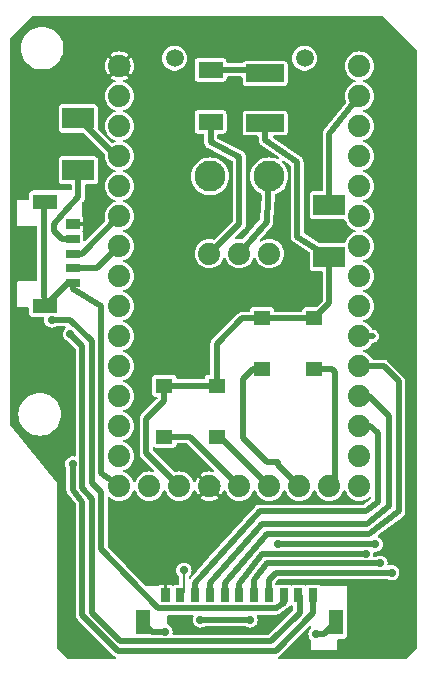
<source format=gbr>
G04 --- HEADER BEGIN --- *
G04 #@! TF.GenerationSoftware,LibrePCB,LibrePCB,1.1.0*
G04 #@! TF.CreationDate,2024-04-23T21:01:02*
G04 #@! TF.ProjectId,motherboard (Version 2),e7e7bca0-b6b9-4684-b626-93943a2f5169,version_2*
G04 #@! TF.Part,Single*
G04 #@! TF.SameCoordinates*
G04 #@! TF.FileFunction,Copper,L1,Top*
G04 #@! TF.FilePolarity,Positive*
%FSLAX66Y66*%
%MOMM*%
G01*
G75*
G04 --- HEADER END --- *
G04 --- APERTURE LIST BEGIN --- *
G04 #@! TA.AperFunction,ComponentPad*
%ADD10C,1.8796*%
G04 #@! TA.AperFunction,SMDPad,CuDef*
%ADD11R,1.47X1.27*%
%ADD12R,3.2X1.5*%
%ADD13R,0.8X1.2*%
%ADD14R,1.3X2.15*%
%ADD15R,2.15X1.3*%
%ADD16R,1.2X0.8*%
G04 #@! TA.AperFunction,ComponentPad*
%ADD17C,1.508*%
%ADD18C,2.625*%
G04 #@! TA.AperFunction,SMDPad,CuDef*
%ADD19R,2.7X1.8*%
%ADD20R,2.1X1.4*%
G04 #@! TA.AperFunction,Conductor*
%ADD21C,0.5*%
G04 #@! TA.AperFunction,ViaPad*
%ADD22C,0.7*%
G04 #@! TA.AperFunction,Conductor*
%ADD23C,0.2*%
%ADD24C,0.01*%
G04 #@! TD*
G04 --- APERTURE LIST END --- *
G04 --- BOARD BEGIN --- *
D10*
G04 #@! TO.N,PB1*
G04 #@! TO.C,J6*
G04 #@! TO.P,J6,11,11*
X42545000Y62865000D03*
G04 #@! TO.N,PB0*
G04 #@! TO.P,J6,12,12*
X42545000Y65405000D03*
G04 #@! TO.N,VCC*
G04 #@! TO.P,J6,14,14*
X42545000Y70485000D03*
G04 #@! TO.N,PB2*
G04 #@! TO.P,J6,10,10*
X42545000Y60325000D03*
G04 #@! TO.N,PB6*
G04 #@! TO.P,J6,2,2*
X42545000Y40005000D03*
G04 #@! TO.N,PD0*
G04 #@! TO.P,J6,3,3*
X42545000Y42545000D03*
G04 #@! TO.N,PD3*
G04 #@! TO.P,J6,5,5*
X42545000Y47625000D03*
G04 #@! TO.N,PD1*
G04 #@! TO.P,J6,7,7*
X42545000Y52705000D03*
G04 #@! TO.N,PB5*
G04 #@! TO.P,J6,1,1*
X42545000Y37465000D03*
G04 #@! TO.N,PB3*
G04 #@! TO.P,J6,9,9*
X42545000Y57785000D03*
G04 #@! TO.N,PE6*
G04 #@! TO.P,J6,13,13*
X42545000Y67945000D03*
G04 #@! TO.N,PB7*
G04 #@! TO.P,J6,4,4*
X42545000Y45085000D03*
G04 #@! TO.N,RST*
G04 #@! TO.P,J6,8,8*
X42545000Y55245000D03*
G04 #@! TO.N,PD2*
G04 #@! TO.P,J6,6,6*
X42545000Y50165000D03*
D11*
G04 #@! TO.N,BAT*
G04 #@! TO.C,D2*
G04 #@! TO.P,D2,C,C*
X50800000Y43425000D03*
G04 #@! TO.N,MA2*
G04 #@! TO.P,D2,A,A*
X50800000Y39125000D03*
D12*
G04 #@! TO.N,N$5*
G04 #@! TO.C,F1*
G04 #@! TO.P,F1,1,1*
X54880000Y69870000D03*
G04 #@! TO.N,BAT*
G04 #@! TO.P,F1,2,2*
X54880000Y65670000D03*
D10*
G04 #@! TO.N,PD7*
G04 #@! TO.C,J7*
G04 #@! TO.P,J7,11,11*
X62865000Y62865000D03*
G04 #@! TO.N,PD6*
G04 #@! TO.P,J7,12,12*
X62865000Y65405000D03*
G04 #@! TO.N,GND*
G04 #@! TO.P,J7,14,14*
X62865000Y70485000D03*
G04 #@! TO.N,PB4*
G04 #@! TO.P,J7,10,10*
X62865000Y60325000D03*
G04 #@! TO.N,PF0*
G04 #@! TO.P,J7,2,2*
X62865000Y40005000D03*
G04 #@! TO.N,PF1*
G04 #@! TO.P,J7,3,3*
X62865000Y42545000D03*
G04 #@! TO.N,PF5*
G04 #@! TO.P,J7,5,5*
X62865000Y47625000D03*
G04 #@! TO.N,PF7*
G04 #@! TO.P,J7,7,7*
X62865000Y52705000D03*
G04 #@! TO.N,GND*
G04 #@! TO.P,J7,1,1*
X62865000Y37465000D03*
G04 #@! TO.N,PC6*
G04 #@! TO.P,J7,9,9*
X62865000Y57785000D03*
G04 #@! TO.N,PD4*
G04 #@! TO.P,J7,13,13*
X62865000Y67945000D03*
G04 #@! TO.N,PF4*
G04 #@! TO.P,J7,4,4*
X62865000Y45085000D03*
G04 #@! TO.N,PC7*
G04 #@! TO.P,J7,8,8*
X62865000Y55245000D03*
G04 #@! TO.N,PF6*
G04 #@! TO.P,J7,6,6*
X62865000Y50165000D03*
D13*
G04 #@! TO.N,PB4*
G04 #@! TO.C,J3*
G04 #@! TO.P,J3,9,9*
X56455000Y25680000D03*
D14*
G04 #@! TO.N,GND*
G04 #@! TO.P,J3,S1,SHIELD1*
X60855000Y23385000D03*
D13*
G04 #@! TO.N,PF7*
G04 #@! TO.P,J3,8,8*
X55205000Y25680000D03*
G04 #@! TO.N,PD7*
G04 #@! TO.P,J3,10,10*
X57705000Y25680000D03*
D14*
G04 #@! TO.N,GND*
G04 #@! TO.P,J3,S2,SHIELD2*
X44555000Y23385000D03*
D13*
G04 #@! TO.N,VCC*
G04 #@! TO.P,J3,1,1*
X46455000Y25680000D03*
G04 #@! TO.N,GND*
G04 #@! TO.P,J3,2,2*
X47705000Y25680000D03*
G04 #@! TO.N,PF6*
G04 #@! TO.P,J3,7,7*
X53955000Y25680000D03*
G04 #@! TO.N,PF5*
G04 #@! TO.P,J3,6,6*
X52705000Y25680000D03*
G04 #@! TO.N,PF4*
G04 #@! TO.P,J3,5,5*
X51455000Y25680000D03*
G04 #@! TO.N,PD6*
G04 #@! TO.P,J3,11,11*
X58955000Y25680000D03*
G04 #@! TO.N,PF1*
G04 #@! TO.P,J3,4,4*
X50205000Y25680000D03*
G04 #@! TO.N,PF0*
G04 #@! TO.P,J3,3,3*
X48955000Y25680000D03*
D10*
G04 #@! TO.N,MA1*
G04 #@! TO.C,J8*
G04 #@! TO.P,J8,5,5*
X52705000Y34925000D03*
G04 #@! TO.N,GND*
G04 #@! TO.P,J8,2,2*
X45085000Y34925000D03*
G04 #@! TO.N,BAT*
G04 #@! TO.P,J8,3,3*
X47625000Y34925000D03*
G04 #@! TO.N,MA2*
G04 #@! TO.P,J8,6,6*
X55245000Y34925000D03*
G04 #@! TO.N,GND*
G04 #@! TO.P,J8,1,1*
X42545000Y34925000D03*
G04 #@! TO.N,VCC*
G04 #@! TO.P,J8,4,4*
X50165000Y34925000D03*
G04 #@! TO.N,MB1*
G04 #@! TO.P,J8,7,7*
X57785000Y34925000D03*
G04 #@! TO.N,MB2*
G04 #@! TO.P,J8,8,8*
X60325000Y34925000D03*
G04 #@! TO.N,GND*
G04 #@! TO.P,J8,9,9*
X62865000Y34925000D03*
D11*
G04 #@! TO.N,BAT*
G04 #@! TO.C,D9*
G04 #@! TO.P,D9,C,C*
X54610000Y49140000D03*
G04 #@! TO.N,MB1*
G04 #@! TO.P,D9,A,A*
X54610000Y44840000D03*
D15*
G04 #@! TO.N,GND*
G04 #@! TO.C,J5*
G04 #@! TO.P,J5,S1,SHIELD1*
X36285000Y50210000D03*
D16*
G04 #@! TO.P,J5,5,5*
X38580000Y52110000D03*
G04 #@! TO.N,N$8*
G04 #@! TO.P,J5,2,2*
X38580000Y55860000D03*
G04 #@! TO.N,VCC*
G04 #@! TO.P,J5,1,1*
X38580000Y57110000D03*
G04 #@! TO.N,RST*
G04 #@! TO.P,J5,4,4*
X38580000Y53360000D03*
D15*
G04 #@! TO.N,GND*
G04 #@! TO.P,J5,S2,SHIELD2*
X36285000Y59010000D03*
D16*
G04 #@! TO.N,PB3*
G04 #@! TO.P,J5,3,3*
X38580000Y54610000D03*
D17*
G04 #@! TO.N,N/C*
G04 #@! TO.C,J4*
G04 #@! TO.P,J4,3*
X58220000Y71150000D03*
G04 #@! TO.P,J4,4*
X47220000Y71150000D03*
D18*
G04 #@! TO.N,GND*
G04 #@! TO.P,J4,-,-*
X50220000Y61150000D03*
G04 #@! TO.N,N$1*
G04 #@! TO.P,J4,+,+*
X55220000Y61150000D03*
D10*
G04 #@! TO.C,S1*
G04 #@! TO.P,S1,2,P*
X52705000Y54610000D03*
G04 #@! TO.N,N/C*
G04 #@! TO.P,S1,3,S*
X55245000Y54610000D03*
G04 #@! TO.N,N$4*
G04 #@! TO.P,S1,1,O*
X50165000Y54610000D03*
D19*
G04 #@! TO.N,PD4*
G04 #@! TO.C,R2*
G04 #@! TO.P,R2,2,2*
X60325000Y58715000D03*
G04 #@! TO.N,BAT*
G04 #@! TO.P,R2,1,1*
X60325000Y54315000D03*
D11*
G04 #@! TO.C,D5*
G04 #@! TO.P,D5,C,C*
X46355000Y43425000D03*
G04 #@! TO.N,MA1*
G04 #@! TO.P,D5,A,A*
X46355000Y39125000D03*
G04 #@! TO.N,BAT*
G04 #@! TO.C,D6*
G04 #@! TO.P,D6,C,C*
X59055000Y49140000D03*
G04 #@! TO.N,MB2*
G04 #@! TO.P,D6,A,A*
X59055000Y44840000D03*
D20*
G04 #@! TO.N,N$5*
G04 #@! TO.C,D1*
G04 #@! TO.P,D1,K,K*
X50270000Y70170000D03*
G04 #@! TO.N,N$4*
G04 #@! TO.P,D1,A,A*
X50270000Y65770000D03*
D19*
G04 #@! TO.N,N$8*
G04 #@! TO.C,R1*
G04 #@! TO.P,R1,2,2*
X39065000Y61665000D03*
G04 #@! TO.N,PB1*
G04 #@! TO.P,R1,1,1*
X39065000Y66065000D03*
D21*
G04 #@! TD.C*
G04 #@! TD.P*
G04 #@! TO.N,PD4*
X60325000Y64770000D02*
X62865000Y67945000D01*
X60325000Y58715000D02*
X60325000Y64770000D01*
G04 #@! TO.N,PF4*
X51455000Y26690000D02*
X55010000Y30880000D01*
X66200000Y32780000D02*
X66200000Y43800000D01*
X63700000Y30880000D02*
X66200000Y32780000D01*
X55010000Y30880000D02*
X63700000Y30880000D01*
X66200000Y43800000D02*
X64915000Y45085000D01*
X64915000Y45085000D02*
X62865000Y45085000D01*
X51455000Y25680000D02*
X51455000Y26690000D01*
G04 #@! TO.N,N$1*
X55020000Y57325000D02*
X52705000Y54610000D01*
X55220000Y61150000D02*
X55020000Y57325000D01*
G04 #@! TO.N,MA2*
X51045000Y39125000D02*
X55245000Y34925000D01*
X50800000Y39125000D02*
X51045000Y39125000D01*
G04 #@! TO.N,MA1*
X46355000Y39125000D02*
X48505000Y39125000D01*
X48505000Y39125000D02*
X52705000Y34925000D01*
D22*
G04 #@! TO.N,GND*
X53600000Y23600000D03*
X49400000Y23600000D03*
D21*
X53600000Y23600000D02*
X49400000Y23600000D01*
D22*
G04 #@! TO.N,PD7*
X38400000Y47800000D03*
D21*
X57705000Y25680000D02*
X57800000Y25585000D01*
X38400000Y47800000D02*
X39400000Y46800000D01*
X57800000Y24200000D02*
X55400000Y21800000D01*
X40200000Y24200000D02*
X40200000Y33800000D01*
X39400000Y36200000D02*
X39400000Y34800000D01*
X57800000Y25585000D02*
X57800000Y24200000D01*
X38400000Y47800000D02*
X38400000Y47800000D01*
X55400000Y21800000D02*
X42600000Y21800000D01*
X42600000Y21800000D02*
X40200000Y24200000D01*
X40200000Y33800000D02*
X39400000Y34800000D01*
X39400000Y36200000D02*
X39400000Y37000000D01*
X39400000Y37000000D02*
X39400000Y46800000D01*
G04 #@! TO.N,GND*
X38580000Y52110000D02*
X38185000Y52110000D01*
X36150000Y59010000D02*
X36125000Y57785000D01*
X41005000Y50165000D02*
X41005000Y36065000D01*
X36125000Y57785000D02*
X36125000Y51570000D01*
X36285000Y59010000D02*
X36150000Y59010000D01*
X38185000Y52110000D02*
X36285000Y50210000D01*
X38580000Y51590000D02*
X41005000Y50165000D01*
X38580000Y52110000D02*
X38580000Y51590000D01*
X41005000Y36065000D02*
X42545000Y34925000D01*
X38580000Y52110000D02*
X38580000Y52110000D01*
X36125000Y51570000D02*
X36285000Y50210000D01*
G04 #@! TO.N,N$4*
X52705000Y57115000D02*
X50165000Y54610000D01*
X50270000Y64030000D02*
X52705000Y62795000D01*
X50270000Y65770000D02*
X50270000Y64030000D01*
X52705000Y57115000D02*
X52705000Y62795000D01*
D22*
G04 #@! TO.N,PF7*
X65600000Y27600000D03*
D21*
X55205000Y25680000D02*
X55205000Y27005000D01*
X65600000Y27600000D02*
X55800000Y27600000D01*
X55205000Y27005000D02*
X55800000Y27600000D01*
D22*
G04 #@! TO.N,GND*
X59200000Y22400000D03*
D21*
X59200000Y22400000D02*
X59870000Y22400000D01*
X59870000Y22400000D02*
X60855000Y23385000D01*
D22*
G04 #@! TO.N,VCC*
X54750000Y22930000D03*
D21*
X54740000Y23140000D02*
X54750000Y22930000D01*
G04 #@! TO.N,N$5*
X50270000Y70170000D02*
X54580000Y70170000D01*
X54580000Y70170000D02*
X54880000Y69870000D01*
D22*
G04 #@! TO.N,VCC*
X47660000Y23340000D03*
X45800000Y27800000D03*
D21*
G04 #@! TO.N,PB1*
X39065000Y66065000D02*
X42265000Y62865000D01*
X42265000Y62865000D02*
X42545000Y62865000D01*
D22*
G04 #@! TO.N,PF6*
X64600000Y28400000D03*
D21*
X53955000Y25680000D02*
X53955000Y26955000D01*
X64600000Y28400000D02*
X55000000Y28400000D01*
X53955000Y26955000D02*
X55000000Y28400000D01*
D22*
G04 #@! TO.N,GND*
X46400000Y22600000D03*
D21*
X45340000Y22600000D02*
X44555000Y23385000D01*
X46400000Y22600000D02*
X45340000Y22600000D01*
D22*
X55990000Y30010000D03*
X64200000Y30000000D03*
D21*
X64200000Y30000000D02*
X55990000Y30010000D01*
G04 #@! TO.N,RST*
X40660000Y53360000D02*
X42545000Y55245000D01*
X38580000Y53360000D02*
X40660000Y53360000D01*
G04 #@! TO.N,PB3*
X38580000Y54610000D02*
X39370000Y54610000D01*
X39370000Y54610000D02*
X42545000Y57785000D01*
G04 #@! TO.N,MB2*
X60800000Y35400000D02*
X60325000Y34925000D01*
X60560000Y44840000D02*
X60800000Y44600000D01*
X60800000Y44600000D02*
X60800000Y35400000D01*
X59055000Y44840000D02*
X60560000Y44840000D01*
D22*
G04 #@! TO.N,PD6*
X38600000Y36800000D03*
D21*
X42400000Y21000000D02*
X39400000Y24000000D01*
X38600000Y36800000D02*
X38600000Y34600000D01*
X58955000Y25680000D02*
X58955000Y24155000D01*
X58955000Y24155000D02*
X55800000Y21000000D01*
X39400000Y24000000D02*
X39400000Y33600000D01*
X39400000Y33600000D02*
X38600000Y34600000D01*
X55800000Y21000000D02*
X42400000Y21000000D01*
G04 #@! TO.N,PF0*
X54410000Y32820000D02*
X54430000Y32800000D01*
X64400000Y39400000D02*
X63795000Y40005000D01*
X64400000Y33600000D02*
X64400000Y39400000D01*
X54430000Y32800000D02*
X63400000Y32800000D01*
X48955000Y25680000D02*
X48955000Y26730000D01*
X63400000Y32800000D02*
X64400000Y33600000D01*
X48955000Y26730000D02*
X54410000Y32820000D01*
X63795000Y40005000D02*
X62865000Y40005000D01*
D22*
G04 #@! TO.N,PB4*
X36800000Y49000000D03*
D21*
X40200000Y35200000D02*
X40200000Y36200000D01*
X55800000Y24600000D02*
X56455000Y25055000D01*
X40200000Y36200000D02*
X40200000Y37800000D01*
X41000000Y34400000D02*
X40200000Y35200000D01*
X41000000Y29600000D02*
X41000000Y34400000D01*
X45800000Y24600000D02*
X41000000Y29600000D01*
X36800000Y49000000D02*
X38400000Y49000000D01*
X40200000Y37800000D02*
X40200000Y47200000D01*
X55800000Y24600000D02*
X45800000Y24600000D01*
X56455000Y25055000D02*
X56455000Y25680000D01*
X38400000Y49000000D02*
X40200000Y47200000D01*
D22*
G04 #@! TO.N,GND*
X48000000Y27800000D03*
D23*
X48000000Y25975000D02*
X47705000Y25680000D01*
X48000000Y27800000D02*
X48000000Y25975000D01*
D21*
G04 #@! TO.N,MB1*
X53840000Y44840000D02*
X53000000Y44000000D01*
X54610000Y44840000D02*
X53840000Y44840000D01*
X56000000Y37000000D02*
X56000000Y36710000D01*
X53000000Y39000000D02*
X53000000Y44000000D01*
X56000000Y37000000D02*
X55000000Y37000000D01*
X55000000Y37000000D02*
X53000000Y39000000D01*
X56000000Y36710000D02*
X57785000Y34925000D01*
D22*
G04 #@! TO.N,PF5*
X63400000Y29200000D03*
D21*
X52705000Y26670000D02*
X54645000Y29210000D01*
X54645000Y29210000D02*
X63400000Y29200000D01*
X63975000Y47625000D02*
X62865000Y47625000D01*
X52705000Y25680000D02*
X52705000Y26670000D01*
G04 #@! TO.N,N$8*
X38100000Y58420000D02*
X39065000Y59385000D01*
X38560000Y55880000D02*
X38580000Y55860000D01*
X37030000Y56515000D02*
X37665000Y55880000D01*
X39065000Y59385000D02*
X39065000Y61665000D01*
X38100000Y58420000D02*
X37030000Y57150000D01*
X37665000Y55880000D02*
X38560000Y55880000D01*
X37030000Y57150000D02*
X37030000Y56515000D01*
G04 #@! TO.N,BAT*
X54880000Y64230000D02*
X57585000Y62360000D01*
X52940000Y49140000D02*
X50800000Y47000000D01*
X60325000Y50410000D02*
X59055000Y49140000D01*
X44800000Y40600000D02*
X44800000Y37750000D01*
X46355000Y43425000D02*
X46355000Y42155000D01*
X50800000Y43425000D02*
X50800000Y43425000D01*
X55200000Y49140000D02*
X59055000Y49140000D01*
X55200000Y49140000D02*
X52940000Y49140000D01*
X55200000Y49140000D02*
X54610000Y49140000D01*
X50800000Y43425000D02*
X50800000Y47000000D01*
X44800000Y37750000D02*
X47625000Y34925000D01*
X46355000Y43425000D02*
X50800000Y43425000D01*
X57585000Y62360000D02*
X57585000Y56055000D01*
X60325000Y54315000D02*
X60325000Y50410000D01*
X54880000Y65670000D02*
X54880000Y64230000D01*
X57585000Y56055000D02*
X60325000Y54315000D01*
X46355000Y42155000D02*
X44800000Y40600000D01*
G04 #@! TO.N,PF1*
X65370000Y33255000D02*
X65370000Y40875000D01*
X65370000Y40875000D02*
X63700000Y42545000D01*
X54610000Y31750000D02*
X63500000Y31750000D01*
X63500000Y31750000D02*
X65370000Y33255000D01*
X50205000Y25680000D02*
X50205000Y26710000D01*
X50205000Y26710000D02*
X54610000Y31750000D01*
X63700000Y42545000D02*
X62865000Y42545000D01*
D24*
G04 #@! TA.AperFunction,Conductor*
G04 #@! TO.N,VCC*
G36*
X33300000Y40140313D02*
X33321913Y40077844D01*
X35796435Y36984691D01*
X35796435Y39200255D01*
X35547399Y39218066D01*
X35540344Y39219080D01*
X35296364Y39272155D01*
X35289538Y39274160D01*
X35055596Y39361415D01*
X35049123Y39364371D01*
X34829977Y39484035D01*
X34823988Y39487884D01*
X34624110Y39637510D01*
X34618727Y39642175D01*
X34442175Y39818727D01*
X34437510Y39824110D01*
X34287884Y40023988D01*
X34284035Y40029977D01*
X34164371Y40249123D01*
X34161415Y40255596D01*
X34074160Y40489538D01*
X34072155Y40496364D01*
X34019080Y40740344D01*
X34018066Y40747399D01*
X34000255Y40996435D01*
X34000255Y41003565D01*
X34018066Y41252601D01*
X34019080Y41259656D01*
X34072155Y41503636D01*
X34074160Y41510462D01*
X34161415Y41744404D01*
X34164371Y41750877D01*
X34284035Y41970023D01*
X34287884Y41976012D01*
X34437510Y42175890D01*
X34442175Y42181273D01*
X34618727Y42357825D01*
X34624110Y42362490D01*
X34823988Y42512116D01*
X34829977Y42515965D01*
X35049123Y42635629D01*
X35055596Y42638585D01*
X35289538Y42725840D01*
X35296364Y42727845D01*
X35540344Y42780920D01*
X35547399Y42781934D01*
X35796435Y42799745D01*
X35803565Y42799745D01*
X36052601Y42781934D01*
X36059656Y42780920D01*
X36303636Y42727845D01*
X36310462Y42725840D01*
X36544404Y42638585D01*
X36550877Y42635629D01*
X36770023Y42515965D01*
X36776012Y42512116D01*
X36975890Y42362490D01*
X36981273Y42357825D01*
X37157825Y42181273D01*
X37162490Y42175890D01*
X37312116Y41976012D01*
X37315965Y41970023D01*
X37435629Y41750877D01*
X37438585Y41744404D01*
X37525840Y41510462D01*
X37527845Y41503636D01*
X37580920Y41259656D01*
X37581934Y41252601D01*
X37599745Y41003565D01*
X37599745Y40996435D01*
X37581934Y40747399D01*
X37580920Y40740344D01*
X37527845Y40496364D01*
X37525840Y40489538D01*
X37438585Y40255596D01*
X37435629Y40249123D01*
X37315965Y40029977D01*
X37312116Y40023988D01*
X37162490Y39824110D01*
X37157825Y39818727D01*
X36981273Y39642175D01*
X36975890Y39637510D01*
X36776012Y39487884D01*
X36770023Y39484035D01*
X36550877Y39364371D01*
X36544404Y39361415D01*
X36310462Y39274160D01*
X36303636Y39272155D01*
X36059656Y39219080D01*
X36052601Y39218066D01*
X35803565Y39200255D01*
X35796435Y39200255D01*
X35796435Y36984691D01*
X37231401Y35190984D01*
X37236424Y35183373D01*
X37281790Y35098710D01*
X37287086Y35082899D01*
X37299406Y35003816D01*
X37300000Y34996140D01*
X37300000Y21165685D01*
X37329289Y21094975D01*
X38094975Y20329289D01*
X38165685Y20300000D01*
X42162297Y20300000D01*
X42221624Y20319500D01*
X42257813Y20370395D01*
X42256751Y20432836D01*
X42200565Y20492386D01*
X42131055Y20521178D01*
X42119800Y20527676D01*
X42016510Y20606933D01*
X42012129Y20611362D01*
X42009448Y20612735D01*
X39012011Y23610172D01*
X39011362Y23612129D01*
X39006933Y23616510D01*
X38927676Y23719800D01*
X38921178Y23731055D01*
X38871249Y23851594D01*
X38867885Y23864150D01*
X38850429Y23996744D01*
X38850000Y24003281D01*
X38850000Y33371992D01*
X38828087Y33434461D01*
X38172571Y34253856D01*
X38168831Y34259216D01*
X38151871Y34287265D01*
X38145632Y34296400D01*
X38127675Y34319801D01*
X38121179Y34331052D01*
X38114911Y34346184D01*
X38108097Y34359656D01*
X38099621Y34373675D01*
X38094407Y34385576D01*
X38086196Y34413912D01*
X38082535Y34424350D01*
X38071248Y34451597D01*
X38067887Y34464143D01*
X38065750Y34480377D01*
X38062653Y34495158D01*
X38058095Y34510887D01*
X38056136Y34523747D01*
X38055539Y34553233D01*
X38054705Y34564260D01*
X38050426Y34596761D01*
X38050000Y34603270D01*
X38050000Y36429758D01*
X38032300Y36486562D01*
X38027889Y36492952D01*
X38022310Y36503583D01*
X37971031Y36638793D01*
X37968159Y36650446D01*
X37950729Y36793996D01*
X37950729Y36806004D01*
X37968159Y36949554D01*
X37971031Y36961207D01*
X38022310Y37096417D01*
X38027888Y37107045D01*
X38110034Y37226055D01*
X38117994Y37235040D01*
X38226230Y37330928D01*
X38236113Y37337751D01*
X38364149Y37404949D01*
X38375385Y37409210D01*
X38515774Y37443812D01*
X38527703Y37445261D01*
X38672297Y37445261D01*
X38684226Y37443812D01*
X38726070Y37433499D01*
X38788340Y37438234D01*
X38835657Y37478990D01*
X38850000Y37530592D01*
X38850000Y46530762D01*
X38820711Y46601472D01*
X38269424Y47152759D01*
X38222645Y47179142D01*
X38175385Y47190790D01*
X38164149Y47195051D01*
X38036113Y47262249D01*
X38026230Y47269072D01*
X37917994Y47364960D01*
X37910034Y47373945D01*
X37827888Y47492955D01*
X37822310Y47503583D01*
X37771031Y47638793D01*
X37768159Y47650446D01*
X37750729Y47793996D01*
X37750729Y47806004D01*
X37768159Y47949554D01*
X37771031Y47961207D01*
X37822310Y48096417D01*
X37827888Y48107045D01*
X37910034Y48226055D01*
X37917994Y48235040D01*
X37963270Y48275151D01*
X37994746Y48329088D01*
X37988084Y48391181D01*
X37945883Y48437214D01*
X37896958Y48450000D01*
X37165196Y48450000D01*
X37118724Y48438546D01*
X37035851Y48395051D01*
X37024615Y48390790D01*
X36884226Y48356188D01*
X36872297Y48354739D01*
X36727703Y48354739D01*
X36715774Y48356188D01*
X36575385Y48390790D01*
X36564149Y48395051D01*
X36436113Y48462249D01*
X36426230Y48469072D01*
X36317994Y48564960D01*
X36310034Y48573945D01*
X36227888Y48692955D01*
X36222310Y48703583D01*
X36171031Y48838793D01*
X36168159Y48850446D01*
X36150729Y48993996D01*
X36150729Y49006004D01*
X36167964Y49147947D01*
X36155757Y49209193D01*
X36109595Y49251253D01*
X36068694Y49260000D01*
X35213931Y49260000D01*
X35206118Y49260615D01*
X35125069Y49273452D01*
X35110282Y49278256D01*
X35040674Y49313723D01*
X35028101Y49322858D01*
X34972858Y49378101D01*
X34963723Y49390674D01*
X34928256Y49460282D01*
X34923452Y49475069D01*
X34910615Y49556118D01*
X34910000Y49563931D01*
X34910000Y49960001D01*
X34890500Y50019328D01*
X34810001Y50060000D01*
X33926013Y50060000D01*
X33921248Y50061566D01*
X33910000Y50083828D01*
X33910000Y52243987D01*
X33911566Y52248752D01*
X33933828Y52260000D01*
X35475001Y52260000D01*
X35534328Y52279500D01*
X35575000Y52359999D01*
X35575000Y56860001D01*
X35555500Y56919328D01*
X35475001Y56960000D01*
X33926013Y56960000D01*
X33921248Y56961566D01*
X33910000Y56983828D01*
X33910000Y59143987D01*
X33911566Y59148752D01*
X33933828Y59160000D01*
X34810001Y59160000D01*
X34869328Y59179500D01*
X34910000Y59259999D01*
X34910000Y59656069D01*
X34910615Y59663882D01*
X34923452Y59744931D01*
X34928256Y59759718D01*
X34963723Y59829326D01*
X34972858Y59841899D01*
X35028101Y59897142D01*
X35040674Y59906277D01*
X35110282Y59941744D01*
X35125069Y59946548D01*
X35206118Y59959385D01*
X35213931Y59960000D01*
X35996435Y59960000D01*
X35996435Y70200255D01*
X35747399Y70218066D01*
X35740344Y70219080D01*
X35496364Y70272155D01*
X35489538Y70274160D01*
X35255596Y70361415D01*
X35249123Y70364371D01*
X35029977Y70484035D01*
X35023988Y70487884D01*
X34824110Y70637510D01*
X34818727Y70642175D01*
X34642175Y70818727D01*
X34637510Y70824110D01*
X34487884Y71023988D01*
X34484035Y71029977D01*
X34364371Y71249123D01*
X34361415Y71255596D01*
X34274160Y71489538D01*
X34272155Y71496364D01*
X34219080Y71740344D01*
X34218066Y71747399D01*
X34200255Y71996435D01*
X34200255Y72003565D01*
X34218066Y72252601D01*
X34219080Y72259656D01*
X34272155Y72503636D01*
X34274160Y72510462D01*
X34361415Y72744404D01*
X34364371Y72750877D01*
X34484035Y72970023D01*
X34487884Y72976012D01*
X34637510Y73175890D01*
X34642175Y73181273D01*
X34818727Y73357825D01*
X34824110Y73362490D01*
X35023988Y73512116D01*
X35029977Y73515965D01*
X35249123Y73635629D01*
X35255596Y73638585D01*
X35489538Y73725840D01*
X35496364Y73727845D01*
X35740344Y73780920D01*
X35747399Y73781934D01*
X35996435Y73799745D01*
X36003565Y73799745D01*
X36252601Y73781934D01*
X36259656Y73780920D01*
X36503636Y73727845D01*
X36510462Y73725840D01*
X36744404Y73638585D01*
X36750877Y73635629D01*
X36970023Y73515965D01*
X36976012Y73512116D01*
X37175890Y73362490D01*
X37181273Y73357825D01*
X37357825Y73181273D01*
X37362490Y73175890D01*
X37512116Y72976012D01*
X37515965Y72970023D01*
X37635629Y72750877D01*
X37638585Y72744404D01*
X37725840Y72510462D01*
X37727845Y72503636D01*
X37780920Y72259656D01*
X37781934Y72252601D01*
X37799745Y72003565D01*
X37799745Y71996435D01*
X37781934Y71747399D01*
X37780920Y71740344D01*
X37727845Y71496364D01*
X37725840Y71489538D01*
X37638585Y71255596D01*
X37635629Y71249123D01*
X37515965Y71029977D01*
X37512116Y71023988D01*
X37362490Y70824110D01*
X37357825Y70818727D01*
X37181273Y70642175D01*
X37175890Y70637510D01*
X36976012Y70487884D01*
X36970023Y70484035D01*
X36750877Y70364371D01*
X36744404Y70361415D01*
X36510462Y70274160D01*
X36503636Y70272155D01*
X36259656Y70219080D01*
X36252601Y70218066D01*
X36003565Y70200255D01*
X35996435Y70200255D01*
X35996435Y59960000D01*
X38415001Y59960000D01*
X38474328Y59979500D01*
X38515000Y60059999D01*
X38515000Y60365001D01*
X38495500Y60424328D01*
X38415001Y60465000D01*
X37718931Y60465000D01*
X37711118Y60465615D01*
X37630069Y60478452D01*
X37615282Y60483256D01*
X37545674Y60518723D01*
X37533101Y60527858D01*
X37477858Y60583101D01*
X37468723Y60595674D01*
X37433256Y60665282D01*
X37428452Y60680069D01*
X37415615Y60761118D01*
X37415000Y60768931D01*
X37415000Y62561069D01*
X37415615Y62568882D01*
X37428452Y62649931D01*
X37433256Y62664718D01*
X37468723Y62734326D01*
X37477858Y62746899D01*
X37533101Y62802142D01*
X37545674Y62811277D01*
X37615282Y62846744D01*
X37630069Y62851548D01*
X37711118Y62864385D01*
X37718931Y62865000D01*
X40411069Y62865000D01*
X40418882Y62864385D01*
X40499931Y62851548D01*
X40514718Y62846744D01*
X40584326Y62811277D01*
X40596899Y62802142D01*
X40652142Y62746899D01*
X40661277Y62734326D01*
X40696744Y62664718D01*
X40701548Y62649931D01*
X40714385Y62568882D01*
X40715000Y62561069D01*
X40715000Y60768931D01*
X40714385Y60761118D01*
X40701548Y60680069D01*
X40696744Y60665282D01*
X40661277Y60595674D01*
X40652142Y60583101D01*
X40596899Y60527858D01*
X40584326Y60518723D01*
X40514718Y60483256D01*
X40499931Y60478452D01*
X40418882Y60465615D01*
X40411069Y60465000D01*
X39714999Y60465000D01*
X39655672Y60445500D01*
X39615000Y60365001D01*
X39615000Y59388270D01*
X39614574Y59381761D01*
X39597115Y59249141D01*
X39593754Y59236599D01*
X39543822Y59116054D01*
X39537324Y59104800D01*
X39455901Y58998687D01*
X39451596Y58993778D01*
X39409289Y58951471D01*
X39380000Y58880761D01*
X39380000Y57770462D01*
X39409289Y57699752D01*
X39417142Y57691899D01*
X39426277Y57679326D01*
X39461744Y57609718D01*
X39466548Y57594931D01*
X39479385Y57513882D01*
X39480000Y57506069D01*
X39480000Y57276018D01*
X39478434Y57271253D01*
X39456172Y57260005D01*
X39180000Y57260005D01*
X39180000Y57510000D01*
X37980000Y57510000D01*
X37980000Y56710000D01*
X39180000Y56710000D01*
X39180000Y56959995D01*
X39463987Y56959995D01*
X39468752Y56958429D01*
X39480000Y56936167D01*
X39480000Y56713931D01*
X39479385Y56706118D01*
X39466548Y56625069D01*
X39461744Y56610282D01*
X39422705Y56533664D01*
X39424920Y56532535D01*
X39409435Y56484322D01*
X39424848Y56437428D01*
X39422705Y56436336D01*
X39461744Y56359718D01*
X39466548Y56344931D01*
X39479385Y56263882D01*
X39480000Y56256069D01*
X39480000Y55739237D01*
X39499500Y55679910D01*
X39550395Y55643721D01*
X39612836Y55644783D01*
X39650709Y55668527D01*
X41331362Y57349180D01*
X41359524Y57404919D01*
X41357244Y57445771D01*
X41325166Y57565490D01*
X41323654Y57574066D01*
X41305581Y57780645D01*
X41305581Y57789355D01*
X41323654Y57995934D01*
X41325165Y58004506D01*
X41378840Y58204823D01*
X41381813Y58212992D01*
X41469461Y58400951D01*
X41473804Y58408473D01*
X41592754Y58578353D01*
X41598343Y58585013D01*
X41744987Y58731657D01*
X41751647Y58737246D01*
X41921527Y58856196D01*
X41929049Y58860539D01*
X42117008Y58948187D01*
X42125177Y58951160D01*
X42152226Y58958408D01*
X42204484Y58992599D01*
X42226268Y59051126D01*
X42209081Y59111164D01*
X42152226Y59151592D01*
X42125177Y59158840D01*
X42117008Y59161813D01*
X41929049Y59249461D01*
X41921527Y59253804D01*
X41751647Y59372754D01*
X41744987Y59378343D01*
X41598343Y59524987D01*
X41592754Y59531647D01*
X41473804Y59701527D01*
X41469461Y59709049D01*
X41381813Y59897008D01*
X41378840Y59905177D01*
X41325165Y60105494D01*
X41323654Y60114066D01*
X41305581Y60320645D01*
X41305581Y60329355D01*
X41323654Y60535934D01*
X41325165Y60544506D01*
X41378840Y60744823D01*
X41381813Y60752992D01*
X41469461Y60940951D01*
X41473804Y60948473D01*
X41592754Y61118353D01*
X41598343Y61125013D01*
X41744987Y61271657D01*
X41751647Y61277246D01*
X41921527Y61396196D01*
X41929049Y61400539D01*
X42117008Y61488187D01*
X42125177Y61491160D01*
X42152226Y61498408D01*
X42204484Y61532599D01*
X42226268Y61591126D01*
X42209081Y61651164D01*
X42152226Y61691592D01*
X42125177Y61698840D01*
X42117008Y61701813D01*
X41929049Y61789461D01*
X41921527Y61793804D01*
X41751647Y61912754D01*
X41744987Y61918343D01*
X41598343Y62064987D01*
X41592754Y62071647D01*
X41473804Y62241527D01*
X41469461Y62249049D01*
X41381813Y62437008D01*
X41378840Y62445177D01*
X41325165Y62645494D01*
X41323654Y62654066D01*
X41305581Y62860648D01*
X41305580Y62869347D01*
X41315776Y62985891D01*
X41286867Y63065316D01*
X39516472Y64835711D01*
X39445762Y64865000D01*
X37718931Y64865000D01*
X37711118Y64865615D01*
X37630069Y64878452D01*
X37615282Y64883256D01*
X37545674Y64918723D01*
X37533101Y64927858D01*
X37477858Y64983101D01*
X37468723Y64995674D01*
X37433256Y65065282D01*
X37428452Y65080069D01*
X37415615Y65161118D01*
X37415000Y65168931D01*
X37415000Y66961069D01*
X37415615Y66968882D01*
X37428452Y67049931D01*
X37433256Y67064718D01*
X37468723Y67134326D01*
X37477858Y67146899D01*
X37533101Y67202142D01*
X37545674Y67211277D01*
X37615282Y67246744D01*
X37630069Y67251548D01*
X37711118Y67264385D01*
X37718931Y67265000D01*
X40411069Y67265000D01*
X40418882Y67264385D01*
X40499931Y67251548D01*
X40514718Y67246744D01*
X40584326Y67211277D01*
X40596899Y67202142D01*
X40652142Y67146899D01*
X40661277Y67134326D01*
X40696744Y67064718D01*
X40701548Y67049931D01*
X40714385Y66968882D01*
X40715000Y66961069D01*
X40715000Y65234238D01*
X40744289Y65163528D01*
X41905608Y64002209D01*
X41961347Y63974047D01*
X42018579Y63982289D01*
X42117012Y64028188D01*
X42125172Y64031159D01*
X42152226Y64038408D01*
X42204484Y64072599D01*
X42226268Y64131126D01*
X42209081Y64191164D01*
X42152226Y64231592D01*
X42125177Y64238840D01*
X42117008Y64241813D01*
X41929049Y64329461D01*
X41921527Y64333804D01*
X41751647Y64452754D01*
X41744987Y64458343D01*
X41598343Y64604987D01*
X41592754Y64611647D01*
X41473804Y64781527D01*
X41469461Y64789049D01*
X41381813Y64977008D01*
X41378840Y64985177D01*
X41325165Y65185494D01*
X41323654Y65194066D01*
X41305581Y65400645D01*
X41305581Y65409355D01*
X41323654Y65615934D01*
X41325165Y65624506D01*
X41378840Y65824823D01*
X41381813Y65832992D01*
X41469461Y66020951D01*
X41473804Y66028473D01*
X41592754Y66198353D01*
X41598343Y66205013D01*
X41744987Y66351657D01*
X41751647Y66357246D01*
X41921527Y66476196D01*
X41929049Y66480539D01*
X42117008Y66568187D01*
X42125177Y66571160D01*
X42152226Y66578408D01*
X42204484Y66612599D01*
X42226268Y66671126D01*
X42209081Y66731164D01*
X42152226Y66771592D01*
X42125177Y66778840D01*
X42117008Y66781813D01*
X41929049Y66869461D01*
X41921527Y66873804D01*
X41751647Y66992754D01*
X41744987Y66998343D01*
X41598343Y67144987D01*
X41592754Y67151647D01*
X41473804Y67321527D01*
X41469461Y67329049D01*
X41381813Y67517008D01*
X41378840Y67525177D01*
X41325165Y67725494D01*
X41323654Y67734066D01*
X41305581Y67940645D01*
X41305581Y67949355D01*
X41323654Y68155934D01*
X41325165Y68164506D01*
X41378840Y68364823D01*
X41381813Y68372992D01*
X41469461Y68560951D01*
X41473804Y68568473D01*
X41570037Y68705909D01*
X41570037Y69728169D01*
X41568962Y69728350D01*
X41563982Y69732740D01*
X41473804Y69861527D01*
X41469461Y69869049D01*
X41381813Y70057008D01*
X41378840Y70065177D01*
X41325165Y70265494D01*
X41323654Y70274066D01*
X41305581Y70480645D01*
X41305581Y70489355D01*
X41323654Y70695934D01*
X41325165Y70704506D01*
X41378840Y70904823D01*
X41381813Y70912992D01*
X41469461Y71100951D01*
X41473804Y71108473D01*
X41561641Y71233917D01*
X41572507Y71242047D01*
X41573597Y71242055D01*
X41579263Y71238598D01*
X41784839Y71033022D01*
X41763585Y71007125D01*
X41676738Y70844646D01*
X41623258Y70668346D01*
X41605200Y70485000D01*
X41623258Y70301654D01*
X41676738Y70125354D01*
X41763585Y69962875D01*
X41784839Y69936978D01*
X41582149Y69734288D01*
X41570037Y69728169D01*
X41570037Y68705909D01*
X41592754Y68738353D01*
X41598343Y68745013D01*
X41744987Y68891657D01*
X41751647Y68897246D01*
X41921527Y69016196D01*
X41929049Y69020539D01*
X42117008Y69108187D01*
X42125177Y69111160D01*
X42152226Y69118408D01*
X42204484Y69152599D01*
X42226268Y69211126D01*
X42209081Y69271164D01*
X42152226Y69311592D01*
X42125177Y69318840D01*
X42117008Y69321813D01*
X41929049Y69409461D01*
X41921527Y69413804D01*
X41796083Y69501641D01*
X41787953Y69512507D01*
X41787945Y69513597D01*
X41791402Y69519263D01*
X41996978Y69724839D01*
X41996978Y71245161D01*
X41794288Y71447851D01*
X41788169Y71459963D01*
X41788350Y71461038D01*
X41792740Y71466018D01*
X41921527Y71556196D01*
X41929049Y71560539D01*
X42117008Y71648187D01*
X42125177Y71651160D01*
X42325494Y71704835D01*
X42334066Y71706346D01*
X42540645Y71724419D01*
X42549355Y71724419D01*
X42755934Y71706346D01*
X42764506Y71704835D01*
X42964823Y71651160D01*
X42972992Y71648187D01*
X43160951Y71560539D01*
X43168473Y71556196D01*
X43293917Y71468359D01*
X43302047Y71457493D01*
X43302055Y71456403D01*
X43298598Y71450737D01*
X43093022Y71245161D01*
X43067125Y71266415D01*
X42904646Y71353262D01*
X42728346Y71406742D01*
X42545000Y71424800D01*
X42361654Y71406742D01*
X42185354Y71353262D01*
X42022875Y71266415D01*
X41996978Y71245161D01*
X41996978Y69724839D01*
X42022875Y69703585D01*
X42185354Y69616738D01*
X42361654Y69563258D01*
X42545000Y69545200D01*
X42728346Y69563258D01*
X42904646Y69616738D01*
X43067125Y69703585D01*
X43093022Y69724839D01*
X43295712Y69522149D01*
X43301831Y69510037D01*
X43301650Y69508962D01*
X43297260Y69503982D01*
X43168473Y69413804D01*
X43160951Y69409461D01*
X42972992Y69321813D01*
X42964823Y69318840D01*
X42937774Y69311592D01*
X42885516Y69277401D01*
X42863732Y69218874D01*
X42880919Y69158836D01*
X42937774Y69118408D01*
X42964823Y69111160D01*
X42972992Y69108187D01*
X43160951Y69020539D01*
X43168473Y69016196D01*
X43338353Y68897246D01*
X43345013Y68891657D01*
X43491657Y68745013D01*
X43497246Y68738353D01*
X43516403Y68710993D01*
X43516403Y69727945D01*
X43510737Y69731402D01*
X43305161Y69936978D01*
X43326415Y69962875D01*
X43413262Y70125354D01*
X43466742Y70301654D01*
X43484800Y70485000D01*
X43466742Y70668346D01*
X43413262Y70844646D01*
X43326415Y71007125D01*
X43305161Y71033022D01*
X43507851Y71235712D01*
X43519963Y71241831D01*
X43521038Y71241650D01*
X43526018Y71237260D01*
X43616196Y71108473D01*
X43620539Y71100951D01*
X43708187Y70912992D01*
X43711160Y70904823D01*
X43764835Y70704506D01*
X43766346Y70695934D01*
X43784419Y70489355D01*
X43784419Y70480645D01*
X43766346Y70274066D01*
X43764835Y70265494D01*
X43711160Y70065177D01*
X43708187Y70057008D01*
X43620539Y69869049D01*
X43616196Y69861527D01*
X43528359Y69736083D01*
X43517493Y69727953D01*
X43516403Y69727945D01*
X43516403Y68710993D01*
X43616196Y68568473D01*
X43620539Y68560951D01*
X43708187Y68372992D01*
X43711160Y68364823D01*
X43764835Y68164506D01*
X43766346Y68155934D01*
X43784419Y67949355D01*
X43784419Y67940645D01*
X43766346Y67734066D01*
X43764835Y67725494D01*
X43711160Y67525177D01*
X43708187Y67517008D01*
X43620539Y67329049D01*
X43616196Y67321527D01*
X43497246Y67151647D01*
X43491657Y67144987D01*
X43345013Y66998343D01*
X43338353Y66992754D01*
X43168473Y66873804D01*
X43160951Y66869461D01*
X42972992Y66781813D01*
X42964823Y66778840D01*
X42937774Y66771592D01*
X42885516Y66737401D01*
X42863732Y66678874D01*
X42880919Y66618836D01*
X42937774Y66578408D01*
X42964823Y66571160D01*
X42972992Y66568187D01*
X43160951Y66480539D01*
X43168473Y66476196D01*
X43338353Y66357246D01*
X43345013Y66351657D01*
X43491657Y66205013D01*
X43497246Y66198353D01*
X43616196Y66028473D01*
X43620539Y66020951D01*
X43708187Y65832992D01*
X43711160Y65824823D01*
X43764835Y65624506D01*
X43766346Y65615934D01*
X43784419Y65409355D01*
X43784419Y65400645D01*
X43766346Y65194066D01*
X43764835Y65185494D01*
X43711160Y64985177D01*
X43708187Y64977008D01*
X43620539Y64789049D01*
X43616196Y64781527D01*
X43497246Y64611647D01*
X43491657Y64604987D01*
X43345013Y64458343D01*
X43338353Y64452754D01*
X43168473Y64333804D01*
X43160951Y64329461D01*
X42972992Y64241813D01*
X42964823Y64238840D01*
X42937774Y64231592D01*
X42885516Y64197401D01*
X42863732Y64138874D01*
X42880919Y64078836D01*
X42937774Y64038408D01*
X42964823Y64031160D01*
X42972992Y64028187D01*
X43160951Y63940539D01*
X43168473Y63936196D01*
X43338353Y63817246D01*
X43345013Y63811657D01*
X43491657Y63665013D01*
X43497246Y63658353D01*
X43616196Y63488473D01*
X43620539Y63480951D01*
X43708187Y63292992D01*
X43711160Y63284823D01*
X43764835Y63084506D01*
X43766346Y63075934D01*
X43784419Y62869355D01*
X43784419Y62860645D01*
X43766346Y62654066D01*
X43764835Y62645494D01*
X43711160Y62445177D01*
X43708187Y62437008D01*
X43620539Y62249049D01*
X43616196Y62241527D01*
X43497246Y62071647D01*
X43491657Y62064987D01*
X43345013Y61918343D01*
X43338353Y61912754D01*
X43168473Y61793804D01*
X43160951Y61789461D01*
X42972992Y61701813D01*
X42964823Y61698840D01*
X42937774Y61691592D01*
X42885516Y61657401D01*
X42863732Y61598874D01*
X42880919Y61538836D01*
X42937774Y61498408D01*
X42964823Y61491160D01*
X42972992Y61488187D01*
X43160951Y61400539D01*
X43168473Y61396196D01*
X43338353Y61277246D01*
X43345013Y61271657D01*
X43491657Y61125013D01*
X43497246Y61118353D01*
X43616196Y60948473D01*
X43620539Y60940951D01*
X43708187Y60752992D01*
X43711160Y60744823D01*
X43764835Y60544506D01*
X43766346Y60535934D01*
X43784419Y60329355D01*
X43784419Y60320645D01*
X43766346Y60114066D01*
X43764835Y60105494D01*
X43711160Y59905177D01*
X43708187Y59897008D01*
X43620539Y59709049D01*
X43616196Y59701527D01*
X43497246Y59531647D01*
X43491657Y59524987D01*
X43345013Y59378343D01*
X43338353Y59372754D01*
X43168473Y59253804D01*
X43160951Y59249461D01*
X42972992Y59161813D01*
X42964823Y59158840D01*
X42937774Y59151592D01*
X42885516Y59117401D01*
X42863732Y59058874D01*
X42880919Y58998836D01*
X42937774Y58958408D01*
X42964823Y58951160D01*
X42972992Y58948187D01*
X43160951Y58860539D01*
X43168473Y58856196D01*
X43338353Y58737246D01*
X43345013Y58731657D01*
X43491657Y58585013D01*
X43497246Y58578353D01*
X43616196Y58408473D01*
X43620539Y58400951D01*
X43708187Y58212992D01*
X43711160Y58204823D01*
X43764835Y58004506D01*
X43766346Y57995934D01*
X43784419Y57789355D01*
X43784419Y57780645D01*
X43766346Y57574066D01*
X43764835Y57565494D01*
X43711160Y57365177D01*
X43708187Y57357008D01*
X43620539Y57169049D01*
X43616196Y57161527D01*
X43497246Y56991647D01*
X43491657Y56984987D01*
X43345013Y56838343D01*
X43338353Y56832754D01*
X43168473Y56713804D01*
X43160951Y56709461D01*
X42972992Y56621813D01*
X42964823Y56618840D01*
X42937774Y56611592D01*
X42885516Y56577401D01*
X42863732Y56518874D01*
X42880919Y56458836D01*
X42937774Y56418408D01*
X42964823Y56411160D01*
X42972992Y56408187D01*
X43160951Y56320539D01*
X43168473Y56316196D01*
X43338353Y56197246D01*
X43345013Y56191657D01*
X43491657Y56045013D01*
X43497246Y56038353D01*
X43616196Y55868473D01*
X43620539Y55860951D01*
X43708187Y55672992D01*
X43711160Y55664823D01*
X43764835Y55464506D01*
X43766346Y55455934D01*
X43784419Y55249355D01*
X43784419Y55240645D01*
X43766346Y55034066D01*
X43764835Y55025494D01*
X43711160Y54825177D01*
X43708187Y54817008D01*
X43620539Y54629049D01*
X43616196Y54621527D01*
X43497246Y54451647D01*
X43491657Y54444987D01*
X43345013Y54298343D01*
X43338353Y54292754D01*
X43168473Y54173804D01*
X43160951Y54169461D01*
X42972992Y54081813D01*
X42964823Y54078840D01*
X42937774Y54071592D01*
X42885516Y54037401D01*
X42863732Y53978874D01*
X42880919Y53918836D01*
X42937774Y53878408D01*
X42964823Y53871160D01*
X42972992Y53868187D01*
X43160951Y53780539D01*
X43168473Y53776196D01*
X43338353Y53657246D01*
X43345013Y53651657D01*
X43491657Y53505013D01*
X43497246Y53498353D01*
X43616196Y53328473D01*
X43620539Y53320951D01*
X43708187Y53132992D01*
X43711160Y53124823D01*
X43764835Y52924506D01*
X43766346Y52915934D01*
X43784419Y52709355D01*
X43784419Y52700645D01*
X43766346Y52494066D01*
X43764835Y52485494D01*
X43711160Y52285177D01*
X43708187Y52277008D01*
X43620539Y52089049D01*
X43616196Y52081527D01*
X43497246Y51911647D01*
X43491657Y51904987D01*
X43345013Y51758343D01*
X43338353Y51752754D01*
X43168473Y51633804D01*
X43160951Y51629461D01*
X42972992Y51541813D01*
X42964823Y51538840D01*
X42937774Y51531592D01*
X42885516Y51497401D01*
X42863732Y51438874D01*
X42880919Y51378836D01*
X42937774Y51338408D01*
X42964823Y51331160D01*
X42972992Y51328187D01*
X43160951Y51240539D01*
X43168473Y51236196D01*
X43338353Y51117246D01*
X43345013Y51111657D01*
X43491657Y50965013D01*
X43497246Y50958353D01*
X43616196Y50788473D01*
X43620539Y50780951D01*
X43708187Y50592992D01*
X43711160Y50584823D01*
X43764835Y50384506D01*
X43766346Y50375934D01*
X43784419Y50169355D01*
X43784419Y50160645D01*
X43766346Y49954066D01*
X43764835Y49945494D01*
X43711160Y49745177D01*
X43708187Y49737008D01*
X43620539Y49549049D01*
X43616196Y49541527D01*
X43497246Y49371647D01*
X43491657Y49364987D01*
X43345013Y49218343D01*
X43338353Y49212754D01*
X43168473Y49093804D01*
X43160951Y49089461D01*
X42972992Y49001813D01*
X42964823Y48998840D01*
X42937774Y48991592D01*
X42885516Y48957401D01*
X42863732Y48898874D01*
X42880919Y48838836D01*
X42937774Y48798408D01*
X42964823Y48791160D01*
X42972992Y48788187D01*
X43160951Y48700539D01*
X43168473Y48696196D01*
X43338353Y48577246D01*
X43345013Y48571657D01*
X43491657Y48425013D01*
X43497246Y48418353D01*
X43616196Y48248473D01*
X43620539Y48240951D01*
X43708187Y48052992D01*
X43711160Y48044823D01*
X43764835Y47844506D01*
X43766346Y47835934D01*
X43784419Y47629355D01*
X43784419Y47620645D01*
X43766346Y47414066D01*
X43764835Y47405494D01*
X43711160Y47205177D01*
X43708187Y47197008D01*
X43620539Y47009049D01*
X43616196Y47001527D01*
X43497246Y46831647D01*
X43491657Y46824987D01*
X43345013Y46678343D01*
X43338353Y46672754D01*
X43168473Y46553804D01*
X43160951Y46549461D01*
X42972992Y46461813D01*
X42964823Y46458840D01*
X42937774Y46451592D01*
X42885516Y46417401D01*
X42863732Y46358874D01*
X42880919Y46298836D01*
X42937774Y46258408D01*
X42964823Y46251160D01*
X42972992Y46248187D01*
X43160951Y46160539D01*
X43168473Y46156196D01*
X43338353Y46037246D01*
X43345013Y46031657D01*
X43491657Y45885013D01*
X43497246Y45878353D01*
X43616196Y45708473D01*
X43620539Y45700951D01*
X43708187Y45512992D01*
X43711160Y45504823D01*
X43764835Y45304506D01*
X43766346Y45295934D01*
X43784419Y45089355D01*
X43784419Y45080645D01*
X43766346Y44874066D01*
X43764835Y44865494D01*
X43711160Y44665177D01*
X43708187Y44657008D01*
X43620539Y44469049D01*
X43616196Y44461527D01*
X43497246Y44291647D01*
X43491657Y44284987D01*
X43345013Y44138343D01*
X43338353Y44132754D01*
X43168473Y44013804D01*
X43160951Y44009461D01*
X42972992Y43921813D01*
X42964823Y43918840D01*
X42937774Y43911592D01*
X42885516Y43877401D01*
X42863732Y43818874D01*
X42880919Y43758836D01*
X42937774Y43718408D01*
X42964823Y43711160D01*
X42972992Y43708187D01*
X43160951Y43620539D01*
X43168473Y43616196D01*
X43338353Y43497246D01*
X43345013Y43491657D01*
X43491657Y43345013D01*
X43497246Y43338353D01*
X43616196Y43168473D01*
X43620539Y43160951D01*
X43708187Y42972992D01*
X43711160Y42964823D01*
X43764835Y42764506D01*
X43766346Y42755934D01*
X43784419Y42549355D01*
X43784419Y42540645D01*
X43766346Y42334066D01*
X43764835Y42325494D01*
X43711160Y42125177D01*
X43708187Y42117008D01*
X43620539Y41929049D01*
X43616196Y41921527D01*
X43497246Y41751647D01*
X43491657Y41744987D01*
X43345013Y41598343D01*
X43338353Y41592754D01*
X43168473Y41473804D01*
X43160951Y41469461D01*
X42972992Y41381813D01*
X42964823Y41378840D01*
X42937774Y41371592D01*
X42885516Y41337401D01*
X42863732Y41278874D01*
X42880919Y41218836D01*
X42937774Y41178408D01*
X42964823Y41171160D01*
X42972992Y41168187D01*
X43160951Y41080539D01*
X43168473Y41076196D01*
X43338353Y40957246D01*
X43345013Y40951657D01*
X43491657Y40805013D01*
X43497246Y40798353D01*
X43616196Y40628473D01*
X43620539Y40620951D01*
X43708187Y40432992D01*
X43711160Y40424823D01*
X43764835Y40224506D01*
X43766346Y40215934D01*
X43784419Y40009355D01*
X43784419Y40000645D01*
X43766346Y39794066D01*
X43764835Y39785494D01*
X43711160Y39585177D01*
X43708187Y39577008D01*
X43620539Y39389049D01*
X43616196Y39381527D01*
X43497246Y39211647D01*
X43491657Y39204987D01*
X43345013Y39058343D01*
X43338353Y39052754D01*
X43168473Y38933804D01*
X43160951Y38929461D01*
X42972992Y38841813D01*
X42964823Y38838840D01*
X42937774Y38831592D01*
X42885516Y38797401D01*
X42863732Y38738874D01*
X42880919Y38678836D01*
X42937774Y38638408D01*
X42964823Y38631160D01*
X42972992Y38628187D01*
X43160951Y38540539D01*
X43168473Y38536196D01*
X43338353Y38417246D01*
X43345013Y38411657D01*
X43491657Y38265013D01*
X43497246Y38258353D01*
X43616196Y38088473D01*
X43620539Y38080951D01*
X43708187Y37892992D01*
X43711160Y37884823D01*
X43764835Y37684506D01*
X43766346Y37675934D01*
X43784419Y37469355D01*
X43784419Y37460645D01*
X43766346Y37254066D01*
X43764835Y37245494D01*
X43711160Y37045177D01*
X43708187Y37037008D01*
X43620539Y36849049D01*
X43616196Y36841527D01*
X43497246Y36671647D01*
X43491657Y36664987D01*
X43345013Y36518343D01*
X43338353Y36512754D01*
X43168473Y36393804D01*
X43160951Y36389461D01*
X42972992Y36301813D01*
X42964823Y36298840D01*
X42937774Y36291592D01*
X42885516Y36257401D01*
X42863732Y36198874D01*
X42880919Y36138836D01*
X42937774Y36098408D01*
X42964823Y36091160D01*
X42972992Y36088187D01*
X43160951Y36000539D01*
X43168473Y35996196D01*
X43338353Y35877246D01*
X43345013Y35871657D01*
X43491657Y35725013D01*
X43497246Y35718353D01*
X43616196Y35548473D01*
X43620539Y35540951D01*
X43708187Y35352992D01*
X43711160Y35344823D01*
X43718408Y35317774D01*
X43752599Y35265516D01*
X43811126Y35243732D01*
X43871164Y35260919D01*
X43911592Y35317774D01*
X43918840Y35344823D01*
X43921813Y35352992D01*
X44009461Y35540951D01*
X44013804Y35548473D01*
X44132754Y35718353D01*
X44138343Y35725013D01*
X44284987Y35871657D01*
X44291647Y35877246D01*
X44461527Y35996196D01*
X44469049Y36000539D01*
X44657008Y36088187D01*
X44665177Y36091160D01*
X44865494Y36144835D01*
X44874066Y36146346D01*
X45080645Y36164419D01*
X45089355Y36164419D01*
X45295934Y36146346D01*
X45304510Y36144834D01*
X45385031Y36123259D01*
X45447383Y36126740D01*
X45495512Y36166534D01*
X45510646Y36227122D01*
X45481622Y36290561D01*
X44412011Y37360172D01*
X44411362Y37362129D01*
X44406933Y37366510D01*
X44327676Y37469800D01*
X44321178Y37481055D01*
X44271249Y37601594D01*
X44267885Y37614150D01*
X44250429Y37746744D01*
X44250000Y37753281D01*
X44250000Y40596730D01*
X44250426Y40603239D01*
X44267885Y40735859D01*
X44271246Y40748401D01*
X44321178Y40868946D01*
X44327676Y40880200D01*
X44409099Y40986313D01*
X44413404Y40991222D01*
X45741473Y42319291D01*
X45769635Y42375030D01*
X45759237Y42436608D01*
X45714333Y42480009D01*
X45670763Y42490000D01*
X45623931Y42490000D01*
X45616118Y42490615D01*
X45535069Y42503452D01*
X45520282Y42508256D01*
X45450674Y42543723D01*
X45438101Y42552858D01*
X45382858Y42608101D01*
X45373723Y42620674D01*
X45338256Y42690282D01*
X45333452Y42705069D01*
X45320615Y42786118D01*
X45320000Y42793931D01*
X45320000Y44056069D01*
X45320615Y44063882D01*
X45333452Y44144931D01*
X45338256Y44159718D01*
X45373723Y44229326D01*
X45382858Y44241899D01*
X45438101Y44297142D01*
X45450674Y44306277D01*
X45520282Y44341744D01*
X45535069Y44346548D01*
X45616118Y44359385D01*
X45623931Y44360000D01*
X47086069Y44360000D01*
X47093882Y44359385D01*
X47127370Y44354080D01*
X47127370Y70100496D01*
X47118205Y70101345D01*
X46936110Y70135385D01*
X46927242Y70137908D01*
X46754498Y70204830D01*
X46746268Y70208928D01*
X46588751Y70306458D01*
X46581407Y70312004D01*
X46444507Y70436806D01*
X46438295Y70443619D01*
X46326655Y70591455D01*
X46321811Y70599277D01*
X46239235Y70765113D01*
X46235910Y70773695D01*
X46185211Y70951884D01*
X46183519Y70960933D01*
X46166427Y71145392D01*
X46166427Y71154608D01*
X46183519Y71339067D01*
X46185211Y71348116D01*
X46235908Y71526300D01*
X46239238Y71534894D01*
X46321809Y71700719D01*
X46326656Y71708549D01*
X46438295Y71856381D01*
X46444507Y71863194D01*
X46581407Y71987996D01*
X46588751Y71993542D01*
X46746268Y72091072D01*
X46754498Y72095170D01*
X46927242Y72162092D01*
X46936110Y72164615D01*
X47118205Y72198655D01*
X47127370Y72199504D01*
X47312630Y72199504D01*
X47321795Y72198655D01*
X47503890Y72164615D01*
X47512758Y72162092D01*
X47685502Y72095170D01*
X47693732Y72091072D01*
X47851249Y71993542D01*
X47858593Y71987996D01*
X47995493Y71863194D01*
X48001705Y71856381D01*
X48113345Y71708545D01*
X48118189Y71700723D01*
X48200765Y71534887D01*
X48204090Y71526305D01*
X48254789Y71348116D01*
X48256481Y71339067D01*
X48273573Y71154608D01*
X48273573Y71145392D01*
X48256481Y70960933D01*
X48254789Y70951884D01*
X48204092Y70773700D01*
X48200762Y70765106D01*
X48118191Y70599281D01*
X48113344Y70591451D01*
X48001705Y70443619D01*
X47995493Y70436806D01*
X47858593Y70312004D01*
X47851249Y70306458D01*
X47693732Y70208928D01*
X47685502Y70204830D01*
X47512758Y70137908D01*
X47503890Y70135385D01*
X47321795Y70101345D01*
X47312630Y70100496D01*
X47127370Y70100496D01*
X47127370Y44354080D01*
X47174931Y44346548D01*
X47189718Y44341744D01*
X47259326Y44306277D01*
X47271899Y44297142D01*
X47327142Y44241899D01*
X47336277Y44229326D01*
X47371744Y44159718D01*
X47376548Y44144931D01*
X47390000Y44060000D01*
X47391976Y44060313D01*
X47413255Y44009502D01*
X47488819Y43975000D01*
X49666181Y43975000D01*
X49725508Y43994500D01*
X49762168Y44060449D01*
X49765000Y44060000D01*
X49778452Y44144931D01*
X49783256Y44159718D01*
X49818723Y44229326D01*
X49827858Y44241899D01*
X49883101Y44297142D01*
X49895674Y44306277D01*
X49965282Y44341744D01*
X49980069Y44346548D01*
X50061118Y44359385D01*
X50068931Y44360000D01*
X50150001Y44360000D01*
X50209328Y44379500D01*
X50250000Y44459999D01*
X50250000Y46996731D01*
X50250426Y47003240D01*
X50267885Y47135860D01*
X50271246Y47148402D01*
X50321179Y47268949D01*
X50327675Y47280200D01*
X50361043Y47323685D01*
X50406932Y47383489D01*
X50411362Y47387871D01*
X50412735Y47390552D01*
X52550172Y49527989D01*
X52552129Y49528638D01*
X52556510Y49533067D01*
X52659800Y49612324D01*
X52671055Y49618822D01*
X52734885Y49645261D01*
X52791594Y49668751D01*
X52804149Y49672115D01*
X52936743Y49689571D01*
X52943280Y49690000D01*
X53476181Y49690000D01*
X53535508Y49709500D01*
X53572168Y49775449D01*
X53575000Y49775000D01*
X53588452Y49859931D01*
X53593256Y49874718D01*
X53628723Y49944326D01*
X53637858Y49956899D01*
X53693101Y50012142D01*
X53705674Y50021277D01*
X53775282Y50056744D01*
X53790069Y50061548D01*
X53871118Y50074385D01*
X53878931Y50075000D01*
X55341069Y50075000D01*
X55348882Y50074385D01*
X55429931Y50061548D01*
X55444718Y50056744D01*
X55514326Y50021277D01*
X55526899Y50012142D01*
X55582142Y49956899D01*
X55591277Y49944326D01*
X55626744Y49874718D01*
X55631548Y49859931D01*
X55645000Y49775000D01*
X55646976Y49775313D01*
X55668255Y49724502D01*
X55743819Y49690000D01*
X57921181Y49690000D01*
X57980508Y49709500D01*
X58017168Y49775449D01*
X58020000Y49775000D01*
X58033452Y49859931D01*
X58038256Y49874718D01*
X58073723Y49944326D01*
X58082858Y49956899D01*
X58138101Y50012142D01*
X58150674Y50021277D01*
X58220282Y50056744D01*
X58235069Y50061548D01*
X58316118Y50074385D01*
X58323931Y50075000D01*
X59170762Y50075000D01*
X59241472Y50104289D01*
X59745711Y50608528D01*
X59775000Y50679238D01*
X59775000Y53015001D01*
X59755500Y53074328D01*
X59675001Y53115000D01*
X58978931Y53115000D01*
X58971118Y53115615D01*
X58890069Y53128452D01*
X58875282Y53133256D01*
X58805674Y53168723D01*
X58793101Y53177858D01*
X58737858Y53233101D01*
X58728723Y53245674D01*
X58693256Y53315282D01*
X58688452Y53330069D01*
X58675615Y53411118D01*
X58675000Y53418931D01*
X58675000Y54656327D01*
X58655500Y54715654D01*
X58628608Y54740743D01*
X57292922Y55588952D01*
X57287650Y55592805D01*
X57245539Y55628036D01*
X57242249Y55630672D01*
X57201293Y55662099D01*
X57188502Y55674891D01*
X57176270Y55688202D01*
X57146602Y55730441D01*
X57144106Y55733840D01*
X57112675Y55774802D01*
X57103643Y55790444D01*
X57095264Y55806482D01*
X57077534Y55854977D01*
X57076002Y55858906D01*
X57056250Y55906593D01*
X57051568Y55924064D01*
X57047631Y55941703D01*
X57043056Y55993130D01*
X57042594Y55997321D01*
X57035428Y56051757D01*
X57035000Y56058281D01*
X57035000Y62019152D01*
X57015500Y62078479D01*
X56991866Y62101409D01*
X56449054Y62476662D01*
X56389164Y62494358D01*
X56330454Y62473073D01*
X56295821Y62421106D01*
X56298771Y62358726D01*
X56327245Y62318365D01*
X56357222Y62292762D01*
X56362762Y62287222D01*
X56521990Y62100790D01*
X56526593Y62094454D01*
X56654694Y61885412D01*
X56658252Y61878430D01*
X56752074Y61651922D01*
X56754497Y61644467D01*
X56811731Y61406066D01*
X56812955Y61398342D01*
X56832192Y61153913D01*
X56832192Y61146087D01*
X56812955Y60901658D01*
X56811731Y60893934D01*
X56754497Y60655533D01*
X56752074Y60648078D01*
X56658252Y60421570D01*
X56654694Y60414588D01*
X56526593Y60205546D01*
X56521990Y60199210D01*
X56362762Y60012778D01*
X56357222Y60007238D01*
X56170790Y59848010D01*
X56164454Y59843407D01*
X55955412Y59715306D01*
X55948430Y59711748D01*
X55748251Y59628831D01*
X55700902Y59588112D01*
X55686656Y59541666D01*
X55569421Y57299543D01*
X55568654Y57293062D01*
X55563919Y57267499D01*
X55562379Y57254435D01*
X55561209Y57231754D01*
X55558852Y57218977D01*
X55551711Y57196936D01*
X55548515Y57184327D01*
X55544296Y57161550D01*
X55540280Y57149185D01*
X55530505Y57128684D01*
X55525639Y57116470D01*
X55518637Y57094861D01*
X55513050Y57083122D01*
X55500447Y57063681D01*
X55494096Y57052328D01*
X55484129Y57031426D01*
X55477049Y57020522D01*
X55462303Y57003252D01*
X55454441Y56992712D01*
X55440299Y56970896D01*
X55436391Y56965654D01*
X54434134Y55790221D01*
X54410479Y55732425D01*
X54425726Y55671865D01*
X54473929Y55632160D01*
X54536288Y55628796D01*
X54567584Y55643425D01*
X54621527Y55681196D01*
X54629049Y55685539D01*
X54817008Y55773187D01*
X54825177Y55776160D01*
X55025494Y55829835D01*
X55034066Y55831346D01*
X55240645Y55849419D01*
X55249355Y55849419D01*
X55455934Y55831346D01*
X55464506Y55829835D01*
X55664823Y55776160D01*
X55672992Y55773187D01*
X55860951Y55685539D01*
X55868473Y55681196D01*
X56038353Y55562246D01*
X56045013Y55556657D01*
X56191657Y55410013D01*
X56197246Y55403353D01*
X56316196Y55233473D01*
X56320539Y55225951D01*
X56408187Y55037992D01*
X56411160Y55029823D01*
X56464835Y54829506D01*
X56466346Y54820934D01*
X56484419Y54614355D01*
X56484419Y54605645D01*
X56466346Y54399066D01*
X56464835Y54390494D01*
X56411160Y54190177D01*
X56408187Y54182008D01*
X56320539Y53994049D01*
X56316196Y53986527D01*
X56197246Y53816647D01*
X56191657Y53809987D01*
X56045013Y53663343D01*
X56038353Y53657754D01*
X55868473Y53538804D01*
X55860951Y53534461D01*
X55672992Y53446813D01*
X55664823Y53443840D01*
X55464506Y53390165D01*
X55455934Y53388654D01*
X55249355Y53370581D01*
X55240645Y53370581D01*
X55034066Y53388654D01*
X55025494Y53390165D01*
X54825177Y53443840D01*
X54817008Y53446813D01*
X54629049Y53534461D01*
X54621527Y53538804D01*
X54451647Y53657754D01*
X54444987Y53663343D01*
X54298343Y53809987D01*
X54292754Y53816647D01*
X54173804Y53986527D01*
X54169461Y53994049D01*
X54081813Y54182008D01*
X54078840Y54190177D01*
X54071592Y54217226D01*
X54037401Y54269484D01*
X53978874Y54291268D01*
X53918836Y54274081D01*
X53878408Y54217226D01*
X53871160Y54190177D01*
X53868187Y54182008D01*
X53780539Y53994049D01*
X53776196Y53986527D01*
X53657246Y53816647D01*
X53651657Y53809987D01*
X53505013Y53663343D01*
X53498353Y53657754D01*
X53328473Y53538804D01*
X53320951Y53534461D01*
X53132992Y53446813D01*
X53124823Y53443840D01*
X52924506Y53390165D01*
X52915934Y53388654D01*
X52709355Y53370581D01*
X52700645Y53370581D01*
X52494066Y53388654D01*
X52485494Y53390165D01*
X52285177Y53443840D01*
X52277008Y53446813D01*
X52089049Y53534461D01*
X52081527Y53538804D01*
X51911647Y53657754D01*
X51904987Y53663343D01*
X51758343Y53809987D01*
X51752754Y53816647D01*
X51633804Y53986527D01*
X51629461Y53994049D01*
X51541813Y54182008D01*
X51538840Y54190177D01*
X51531592Y54217226D01*
X51497401Y54269484D01*
X51438874Y54291268D01*
X51378836Y54274081D01*
X51338408Y54217226D01*
X51331160Y54190177D01*
X51328187Y54182008D01*
X51240539Y53994049D01*
X51236196Y53986527D01*
X51117246Y53816647D01*
X51111657Y53809987D01*
X50965013Y53663343D01*
X50958353Y53657754D01*
X50788473Y53538804D01*
X50780951Y53534461D01*
X50592992Y53446813D01*
X50584823Y53443840D01*
X50384506Y53390165D01*
X50375934Y53388654D01*
X50169355Y53370581D01*
X50160645Y53370581D01*
X49954066Y53388654D01*
X49945494Y53390165D01*
X49745177Y53443840D01*
X49737008Y53446813D01*
X49549049Y53534461D01*
X49541527Y53538804D01*
X49371647Y53657754D01*
X49364987Y53663343D01*
X49218343Y53809987D01*
X49212754Y53816647D01*
X49093804Y53986527D01*
X49089461Y53994049D01*
X49001813Y54182008D01*
X48998840Y54190177D01*
X48945165Y54390494D01*
X48943654Y54399066D01*
X48925581Y54605645D01*
X48925581Y54614355D01*
X48943654Y54820934D01*
X48945165Y54829506D01*
X48998840Y55029823D01*
X49001813Y55037992D01*
X49089461Y55225951D01*
X49093804Y55233473D01*
X49212754Y55403353D01*
X49218343Y55410013D01*
X49364987Y55556657D01*
X49371647Y55562246D01*
X49541527Y55681196D01*
X49549049Y55685539D01*
X49737008Y55773187D01*
X49745177Y55776160D01*
X49945494Y55829835D01*
X49954066Y55831346D01*
X50160645Y55849419D01*
X50169355Y55849419D01*
X50216087Y55845330D01*
X50216087Y59537808D01*
X49971658Y59557045D01*
X49963934Y59558269D01*
X49725533Y59615503D01*
X49718078Y59617926D01*
X49491570Y59711748D01*
X49484588Y59715306D01*
X49275546Y59843407D01*
X49269210Y59848010D01*
X49082778Y60007238D01*
X49077238Y60012778D01*
X48918010Y60199210D01*
X48913407Y60205546D01*
X48785306Y60414588D01*
X48781748Y60421570D01*
X48687926Y60648078D01*
X48685503Y60655533D01*
X48628269Y60893934D01*
X48627045Y60901658D01*
X48607808Y61146087D01*
X48607808Y61153913D01*
X48627045Y61398342D01*
X48628269Y61406066D01*
X48685503Y61644467D01*
X48687926Y61651922D01*
X48781748Y61878430D01*
X48785306Y61885412D01*
X48913407Y62094454D01*
X48918010Y62100790D01*
X49077238Y62287222D01*
X49082778Y62292762D01*
X49269210Y62451990D01*
X49275546Y62456593D01*
X49484588Y62584694D01*
X49491570Y62588252D01*
X49718078Y62682074D01*
X49725533Y62684497D01*
X49963934Y62741731D01*
X49971658Y62742955D01*
X50216087Y62762192D01*
X50223913Y62762192D01*
X50468342Y62742955D01*
X50476066Y62741731D01*
X50714467Y62684497D01*
X50721922Y62682074D01*
X50948430Y62588252D01*
X50955412Y62584694D01*
X51164454Y62456593D01*
X51170790Y62451990D01*
X51357222Y62292762D01*
X51362762Y62287222D01*
X51521990Y62100790D01*
X51526593Y62094454D01*
X51654694Y61885412D01*
X51658252Y61878430D01*
X51752074Y61651922D01*
X51754497Y61644467D01*
X51811731Y61406066D01*
X51812955Y61398342D01*
X51832192Y61153913D01*
X51832192Y61146087D01*
X51812955Y60901658D01*
X51811731Y60893934D01*
X51754497Y60655533D01*
X51752074Y60648078D01*
X51658252Y60421570D01*
X51654694Y60414588D01*
X51526593Y60205546D01*
X51521990Y60199210D01*
X51362762Y60012778D01*
X51357222Y60007238D01*
X51170790Y59848010D01*
X51164454Y59843407D01*
X50955412Y59715306D01*
X50948430Y59711748D01*
X50721922Y59617926D01*
X50714467Y59615503D01*
X50476066Y59558269D01*
X50468342Y59557045D01*
X50223913Y59537808D01*
X50216087Y59537808D01*
X50216087Y55845330D01*
X50375934Y55831346D01*
X50384506Y55829835D01*
X50513271Y55795332D01*
X50575624Y55798813D01*
X50609371Y55820725D01*
X52125219Y57315685D01*
X52155000Y57386884D01*
X52155000Y62395850D01*
X52135500Y62455177D01*
X52100234Y62485034D01*
X50024135Y63538003D01*
X50018520Y63541330D01*
X50017449Y63542063D01*
X50006719Y63547876D01*
X50006733Y63547900D01*
X49989802Y63557675D01*
X49951918Y63586744D01*
X49947530Y63589926D01*
X49908147Y63616886D01*
X49893595Y63629939D01*
X49893576Y63629918D01*
X49890905Y63632449D01*
X49890924Y63632468D01*
X49877101Y63646291D01*
X49848036Y63684169D01*
X49844621Y63688378D01*
X49813558Y63724611D01*
X49802876Y63740994D01*
X49802853Y63740979D01*
X49800931Y63744108D01*
X49800955Y63744122D01*
X49791177Y63761058D01*
X49772913Y63805150D01*
X49770704Y63810100D01*
X49750069Y63853158D01*
X49743993Y63871740D01*
X49743967Y63871731D01*
X49742919Y63875255D01*
X49742946Y63875262D01*
X49737886Y63894147D01*
X49731655Y63941473D01*
X49730802Y63946826D01*
X49722015Y63993749D01*
X49720955Y64013273D01*
X49720928Y64013272D01*
X49720598Y64025455D01*
X49720427Y64026755D01*
X49720000Y64033272D01*
X49720000Y64670001D01*
X49700500Y64729328D01*
X49620001Y64770000D01*
X49223931Y64770000D01*
X49216118Y64770615D01*
X49135069Y64783452D01*
X49120282Y64788256D01*
X49050674Y64823723D01*
X49038101Y64832858D01*
X48982858Y64888101D01*
X48973723Y64900674D01*
X48938256Y64970282D01*
X48933452Y64985069D01*
X48920615Y65066118D01*
X48920000Y65073931D01*
X48920000Y66466069D01*
X48920615Y66473882D01*
X48933452Y66554931D01*
X48938256Y66569718D01*
X48973723Y66639326D01*
X48982858Y66651899D01*
X49038101Y66707142D01*
X49050674Y66716277D01*
X49120282Y66751744D01*
X49135069Y66756548D01*
X49216118Y66769385D01*
X49223931Y66770000D01*
X51316069Y66770000D01*
X51323882Y66769385D01*
X51404931Y66756548D01*
X51419718Y66751744D01*
X51489326Y66716277D01*
X51501899Y66707142D01*
X51557142Y66651899D01*
X51566277Y66639326D01*
X51601744Y66569718D01*
X51606548Y66554931D01*
X51619385Y66473882D01*
X51620000Y66466069D01*
X51620000Y65073931D01*
X51619385Y65066118D01*
X51606548Y64985069D01*
X51601744Y64970282D01*
X51566277Y64900674D01*
X51557142Y64888101D01*
X51501899Y64832858D01*
X51489326Y64823723D01*
X51419718Y64788256D01*
X51404931Y64783452D01*
X51323882Y64770615D01*
X51316069Y64770000D01*
X50919999Y64770000D01*
X50860672Y64750500D01*
X50820000Y64670001D01*
X50820000Y64429150D01*
X50839500Y64369823D01*
X50874766Y64339966D01*
X52950865Y63286997D01*
X52956480Y63283670D01*
X52957551Y63282937D01*
X52968281Y63277124D01*
X52968267Y63277100D01*
X52985198Y63267325D01*
X53023082Y63238256D01*
X53027470Y63235074D01*
X53066853Y63208114D01*
X53081405Y63195061D01*
X53081424Y63195082D01*
X53084095Y63192551D01*
X53084076Y63192532D01*
X53097899Y63178709D01*
X53126970Y63140823D01*
X53130386Y63136613D01*
X53161447Y63100382D01*
X53172124Y63084008D01*
X53172147Y63084023D01*
X53174071Y63080890D01*
X53174047Y63080876D01*
X53183823Y63063943D01*
X53202093Y63019835D01*
X53204302Y63014885D01*
X53224931Y62971840D01*
X53231006Y62953263D01*
X53231032Y62953272D01*
X53232081Y62949744D01*
X53232055Y62949737D01*
X53237113Y62930857D01*
X53243346Y62883512D01*
X53244200Y62878157D01*
X53252984Y62831250D01*
X53254044Y62811727D01*
X53254072Y62811729D01*
X53254403Y62799537D01*
X53254573Y62798244D01*
X53255000Y62791730D01*
X53255000Y57118282D01*
X53254356Y57108479D01*
X53254511Y57108469D01*
X53254412Y57107039D01*
X53245418Y57042200D01*
X53245326Y57041513D01*
X53237061Y56978739D01*
X53234967Y56971131D01*
X53234790Y56970480D01*
X53232863Y56963293D01*
X53208093Y56904647D01*
X53207825Y56904005D01*
X53183652Y56845646D01*
X53179644Y56838813D01*
X53179293Y56838211D01*
X53175622Y56831853D01*
X53136604Y56781729D01*
X53136178Y56781178D01*
X53096470Y56729428D01*
X53095493Y56728323D01*
X53095380Y56728424D01*
X53088869Y56721102D01*
X52342559Y55985077D01*
X52314011Y55929534D01*
X52323982Y55867886D01*
X52368583Y55824174D01*
X52438658Y55817286D01*
X52485490Y55829834D01*
X52494066Y55831346D01*
X52700645Y55849419D01*
X52709355Y55849419D01*
X52915931Y55831346D01*
X52924514Y55829833D01*
X52943130Y55824845D01*
X53005483Y55828325D01*
X53045106Y55856554D01*
X54458488Y57514149D01*
X54482258Y57573809D01*
X54588183Y59599634D01*
X54571807Y59659899D01*
X54526589Y59697243D01*
X54491566Y59711750D01*
X54484588Y59715306D01*
X54275546Y59843407D01*
X54269210Y59848010D01*
X54082778Y60007238D01*
X54077238Y60012778D01*
X53918010Y60199210D01*
X53913407Y60205546D01*
X53785306Y60414588D01*
X53781748Y60421570D01*
X53687926Y60648078D01*
X53685503Y60655533D01*
X53628269Y60893934D01*
X53627045Y60901658D01*
X53607808Y61146087D01*
X53607808Y61153913D01*
X53627045Y61398342D01*
X53628269Y61406066D01*
X53685503Y61644467D01*
X53687926Y61651922D01*
X53781748Y61878430D01*
X53785306Y61885412D01*
X53913407Y62094454D01*
X53918010Y62100790D01*
X54077238Y62287222D01*
X54082778Y62292762D01*
X54269210Y62451990D01*
X54275546Y62456593D01*
X54484588Y62584694D01*
X54491570Y62588252D01*
X54718078Y62682074D01*
X54725533Y62684497D01*
X54963934Y62741731D01*
X54971658Y62742955D01*
X55216087Y62762192D01*
X55223913Y62762192D01*
X55468342Y62742955D01*
X55476066Y62741731D01*
X55714467Y62684497D01*
X55721922Y62682075D01*
X55927091Y62597090D01*
X55989364Y62592402D01*
X56042276Y62625574D01*
X56065189Y62683668D01*
X56049169Y62744027D01*
X56022224Y62771734D01*
X54569933Y63775721D01*
X54564812Y63779781D01*
X54533469Y63808159D01*
X54527227Y63813365D01*
X54496290Y63837103D01*
X54487102Y63846290D01*
X54482944Y63851709D01*
X54470725Y63864964D01*
X54465659Y63869550D01*
X54457250Y63879451D01*
X54436100Y63912215D01*
X54431420Y63918856D01*
X54407676Y63949800D01*
X54401178Y63961055D01*
X54398563Y63967368D01*
X54390191Y63983334D01*
X54386490Y63989068D01*
X54380925Y64000816D01*
X54368975Y64037939D01*
X54366173Y64045565D01*
X54351248Y64081597D01*
X54347886Y64094145D01*
X54346994Y64100920D01*
X54343038Y64118512D01*
X54340948Y64125005D01*
X54338613Y64137797D01*
X54336678Y64176751D01*
X54335946Y64184842D01*
X54330428Y64226757D01*
X54330000Y64233281D01*
X54330000Y64520001D01*
X54310500Y64579328D01*
X54230001Y64620000D01*
X53283931Y64620000D01*
X53276118Y64620615D01*
X53195069Y64633452D01*
X53180282Y64638256D01*
X53110674Y64673723D01*
X53098101Y64682858D01*
X53042858Y64738101D01*
X53033723Y64750674D01*
X52998256Y64820282D01*
X52993452Y64835069D01*
X52980615Y64916118D01*
X52980000Y64923931D01*
X52980000Y66416069D01*
X52980615Y66423882D01*
X52993452Y66504931D01*
X52998256Y66519718D01*
X53033723Y66589326D01*
X53042858Y66601899D01*
X53098101Y66657142D01*
X53110674Y66666277D01*
X53180282Y66701744D01*
X53195069Y66706548D01*
X53276118Y66719385D01*
X53283931Y66720000D01*
X53283931Y68820000D01*
X53276118Y68820615D01*
X53195069Y68833452D01*
X53180282Y68838256D01*
X53110674Y68873723D01*
X53098101Y68882858D01*
X53042858Y68938101D01*
X53033723Y68950674D01*
X52998256Y69020282D01*
X52993452Y69035069D01*
X52980615Y69116118D01*
X52980000Y69123931D01*
X52980000Y69520001D01*
X52960500Y69579328D01*
X52880001Y69620000D01*
X51719999Y69620000D01*
X51660672Y69600500D01*
X51620000Y69520001D01*
X51620000Y69473931D01*
X51619385Y69466118D01*
X51606548Y69385069D01*
X51601744Y69370282D01*
X51566277Y69300674D01*
X51557142Y69288101D01*
X51501899Y69232858D01*
X51489326Y69223723D01*
X51419718Y69188256D01*
X51404931Y69183452D01*
X51323882Y69170615D01*
X51316069Y69170000D01*
X49223931Y69170000D01*
X49216118Y69170615D01*
X49135069Y69183452D01*
X49120282Y69188256D01*
X49050674Y69223723D01*
X49038101Y69232858D01*
X48982858Y69288101D01*
X48973723Y69300674D01*
X48938256Y69370282D01*
X48933452Y69385069D01*
X48920615Y69466118D01*
X48920000Y69473931D01*
X48920000Y70866069D01*
X48920615Y70873882D01*
X48933452Y70954931D01*
X48938256Y70969718D01*
X48973723Y71039326D01*
X48982858Y71051899D01*
X49038101Y71107142D01*
X49050674Y71116277D01*
X49120282Y71151744D01*
X49135069Y71156548D01*
X49216118Y71169385D01*
X49223931Y71170000D01*
X51316069Y71170000D01*
X51323882Y71169385D01*
X51404931Y71156548D01*
X51419718Y71151744D01*
X51489326Y71116277D01*
X51501899Y71107142D01*
X51557142Y71051899D01*
X51566277Y71039326D01*
X51601744Y70969718D01*
X51606548Y70954931D01*
X51619385Y70873882D01*
X51620000Y70866069D01*
X51620000Y70819999D01*
X51639500Y70760672D01*
X51719999Y70720000D01*
X52937121Y70720000D01*
X52996448Y70739500D01*
X53026222Y70774602D01*
X53033725Y70789329D01*
X53042858Y70801899D01*
X53098101Y70857142D01*
X53110674Y70866277D01*
X53180282Y70901744D01*
X53195069Y70906548D01*
X53276118Y70919385D01*
X53283931Y70920000D01*
X56476069Y70920000D01*
X56483882Y70919385D01*
X56564931Y70906548D01*
X56579718Y70901744D01*
X56649326Y70866277D01*
X56661899Y70857142D01*
X56717142Y70801899D01*
X56726277Y70789326D01*
X56761744Y70719718D01*
X56766548Y70704931D01*
X56779385Y70623882D01*
X56780000Y70616069D01*
X56780000Y69123931D01*
X56779385Y69116118D01*
X56766548Y69035069D01*
X56761744Y69020282D01*
X56726277Y68950674D01*
X56717142Y68938101D01*
X56661899Y68882858D01*
X56649326Y68873723D01*
X56579718Y68838256D01*
X56564931Y68833452D01*
X56483882Y68820615D01*
X56476069Y68820000D01*
X53283931Y68820000D01*
X53283931Y66720000D01*
X56476069Y66720000D01*
X56483882Y66719385D01*
X56564931Y66706548D01*
X56579718Y66701744D01*
X56649326Y66666277D01*
X56661899Y66657142D01*
X56717142Y66601899D01*
X56726277Y66589326D01*
X56761744Y66519718D01*
X56766548Y66504931D01*
X56779385Y66423882D01*
X56780000Y66416069D01*
X56780000Y64923931D01*
X56779385Y64916118D01*
X56766548Y64835069D01*
X56761744Y64820282D01*
X56726277Y64750674D01*
X56717142Y64738101D01*
X56661899Y64682858D01*
X56649326Y64673723D01*
X56579718Y64638256D01*
X56564931Y64633452D01*
X56483882Y64620615D01*
X56476069Y64620000D01*
X55603550Y64620000D01*
X55544223Y64600500D01*
X55508034Y64549605D01*
X55509096Y64487164D01*
X55546685Y64437744D01*
X57895067Y62814279D01*
X57900188Y62810219D01*
X57931531Y62781841D01*
X57937773Y62776635D01*
X57968710Y62752897D01*
X57977898Y62743710D01*
X57982056Y62738291D01*
X57994275Y62725036D01*
X57999341Y62720450D01*
X58007750Y62710549D01*
X58028900Y62677785D01*
X58033580Y62671144D01*
X58057324Y62640200D01*
X58063822Y62628945D01*
X58066437Y62622632D01*
X58074809Y62606666D01*
X58078510Y62600932D01*
X58084075Y62589184D01*
X58096025Y62552060D01*
X58098827Y62544434D01*
X58113752Y62508401D01*
X58117114Y62495855D01*
X58118007Y62489074D01*
X58121960Y62471491D01*
X58124053Y62464988D01*
X58126386Y62452206D01*
X58127370Y62432396D01*
X58127370Y70100496D01*
X58118205Y70101345D01*
X57936110Y70135385D01*
X57927242Y70137908D01*
X57754498Y70204830D01*
X57746268Y70208928D01*
X57588751Y70306458D01*
X57581407Y70312004D01*
X57444507Y70436806D01*
X57438295Y70443619D01*
X57326655Y70591455D01*
X57321811Y70599277D01*
X57239235Y70765113D01*
X57235910Y70773695D01*
X57185211Y70951884D01*
X57183519Y70960933D01*
X57166427Y71145392D01*
X57166427Y71154608D01*
X57183519Y71339067D01*
X57185211Y71348116D01*
X57235908Y71526300D01*
X57239238Y71534894D01*
X57321809Y71700719D01*
X57326656Y71708549D01*
X57438295Y71856381D01*
X57444507Y71863194D01*
X57581407Y71987996D01*
X57588751Y71993542D01*
X57746268Y72091072D01*
X57754498Y72095170D01*
X57927242Y72162092D01*
X57936110Y72164615D01*
X58118205Y72198655D01*
X58127370Y72199504D01*
X58312630Y72199504D01*
X58321795Y72198655D01*
X58503890Y72164615D01*
X58512758Y72162092D01*
X58685502Y72095170D01*
X58693732Y72091072D01*
X58851249Y71993542D01*
X58858593Y71987996D01*
X58995493Y71863194D01*
X59001705Y71856381D01*
X59113345Y71708545D01*
X59118189Y71700723D01*
X59200765Y71534887D01*
X59204090Y71526305D01*
X59254789Y71348116D01*
X59256481Y71339067D01*
X59273573Y71154608D01*
X59273573Y71145392D01*
X59256481Y70960933D01*
X59254789Y70951884D01*
X59204092Y70773700D01*
X59200762Y70765106D01*
X59118191Y70599281D01*
X59113344Y70591451D01*
X59001705Y70443619D01*
X58995493Y70436806D01*
X58858593Y70312004D01*
X58851249Y70306458D01*
X58693732Y70208928D01*
X58685502Y70204830D01*
X58512758Y70137908D01*
X58503890Y70135385D01*
X58321795Y70101345D01*
X58312630Y70100496D01*
X58127370Y70100496D01*
X58127370Y62432396D01*
X58128320Y62413272D01*
X58129052Y62405181D01*
X58134574Y62363239D01*
X58135000Y62356730D01*
X58135000Y56412213D01*
X58154500Y56352886D01*
X58181392Y56327797D01*
X59436776Y55530583D01*
X59490383Y55515000D01*
X61581963Y55515000D01*
X61641290Y55534500D01*
X61678555Y55589118D01*
X61698839Y55664820D01*
X61701813Y55672992D01*
X61789461Y55860951D01*
X61793804Y55868473D01*
X61912754Y56038353D01*
X61918343Y56045013D01*
X62064987Y56191657D01*
X62071647Y56197246D01*
X62241527Y56316196D01*
X62249049Y56320539D01*
X62437008Y56408187D01*
X62445177Y56411160D01*
X62472226Y56418408D01*
X62524484Y56452599D01*
X62546268Y56511126D01*
X62529081Y56571164D01*
X62472226Y56611592D01*
X62445177Y56618840D01*
X62437008Y56621813D01*
X62249049Y56709461D01*
X62241527Y56713804D01*
X62071647Y56832754D01*
X62064987Y56838343D01*
X61918343Y56984987D01*
X61912754Y56991647D01*
X61793804Y57161527D01*
X61789461Y57169049D01*
X61701813Y57357008D01*
X61698839Y57365180D01*
X61678555Y57440882D01*
X61644365Y57493141D01*
X61581963Y57515000D01*
X58978931Y57515000D01*
X58971118Y57515615D01*
X58890069Y57528452D01*
X58875282Y57533256D01*
X58805674Y57568723D01*
X58793101Y57577858D01*
X58737858Y57633101D01*
X58728723Y57645674D01*
X58693256Y57715282D01*
X58688452Y57730069D01*
X58675615Y57811118D01*
X58675000Y57818931D01*
X58675000Y59611069D01*
X58675615Y59618882D01*
X58688452Y59699931D01*
X58693256Y59714718D01*
X58728723Y59784326D01*
X58737858Y59796899D01*
X58793101Y59852142D01*
X58805674Y59861277D01*
X58875282Y59896744D01*
X58890069Y59901548D01*
X58971118Y59914385D01*
X58978931Y59915000D01*
X59675001Y59915000D01*
X59734328Y59934500D01*
X59775000Y60014999D01*
X59775000Y64766730D01*
X59775427Y64773241D01*
X59779708Y64805765D01*
X59780542Y64816790D01*
X59781139Y64846260D01*
X59783096Y64859110D01*
X59787651Y64874830D01*
X59790746Y64889608D01*
X59792884Y64905847D01*
X59796250Y64918407D01*
X59807537Y64945657D01*
X59811198Y64956093D01*
X59819408Y64984425D01*
X59824622Y64996326D01*
X59833096Y65010341D01*
X59839909Y65023812D01*
X59846177Y65038943D01*
X59852676Y65050200D01*
X59870636Y65073606D01*
X59876873Y65082738D01*
X59893830Y65110782D01*
X59897574Y65116147D01*
X61705917Y67376576D01*
X61727752Y67435084D01*
X61718461Y67481306D01*
X61701812Y67517011D01*
X61698841Y67525171D01*
X61645165Y67725494D01*
X61643654Y67734066D01*
X61625581Y67940645D01*
X61625581Y67949355D01*
X61643654Y68155934D01*
X61645165Y68164506D01*
X61698840Y68364823D01*
X61701813Y68372992D01*
X61789461Y68560951D01*
X61793804Y68568473D01*
X61912754Y68738353D01*
X61918343Y68745013D01*
X62064987Y68891657D01*
X62071647Y68897246D01*
X62241527Y69016196D01*
X62249049Y69020539D01*
X62437008Y69108187D01*
X62445177Y69111160D01*
X62472226Y69118408D01*
X62524484Y69152599D01*
X62546268Y69211126D01*
X62529081Y69271164D01*
X62472226Y69311592D01*
X62445177Y69318840D01*
X62437008Y69321813D01*
X62249049Y69409461D01*
X62241527Y69413804D01*
X62071647Y69532754D01*
X62064987Y69538343D01*
X61918343Y69684987D01*
X61912754Y69691647D01*
X61793804Y69861527D01*
X61789461Y69869049D01*
X61701813Y70057008D01*
X61698840Y70065177D01*
X61645165Y70265494D01*
X61643654Y70274066D01*
X61625581Y70480645D01*
X61625581Y70489355D01*
X61643654Y70695934D01*
X61645165Y70704506D01*
X61698840Y70904823D01*
X61701813Y70912992D01*
X61789461Y71100951D01*
X61793804Y71108473D01*
X61912754Y71278353D01*
X61918343Y71285013D01*
X62064987Y71431657D01*
X62071647Y71437246D01*
X62241527Y71556196D01*
X62249049Y71560539D01*
X62437008Y71648187D01*
X62445177Y71651160D01*
X62645494Y71704835D01*
X62654066Y71706346D01*
X62860645Y71724419D01*
X62869355Y71724419D01*
X63075934Y71706346D01*
X63084506Y71704835D01*
X63284823Y71651160D01*
X63292992Y71648187D01*
X63480951Y71560539D01*
X63488473Y71556196D01*
X63658353Y71437246D01*
X63665013Y71431657D01*
X63811657Y71285013D01*
X63817246Y71278353D01*
X63936196Y71108473D01*
X63940539Y71100951D01*
X64028187Y70912992D01*
X64031160Y70904823D01*
X64084835Y70704506D01*
X64086346Y70695934D01*
X64104419Y70489355D01*
X64104419Y70480645D01*
X64086346Y70274066D01*
X64084835Y70265494D01*
X64031160Y70065177D01*
X64028187Y70057008D01*
X63940539Y69869049D01*
X63936196Y69861527D01*
X63817246Y69691647D01*
X63811657Y69684987D01*
X63665013Y69538343D01*
X63658353Y69532754D01*
X63488473Y69413804D01*
X63480951Y69409461D01*
X63292992Y69321813D01*
X63284823Y69318840D01*
X63257774Y69311592D01*
X63205516Y69277401D01*
X63183732Y69218874D01*
X63200919Y69158836D01*
X63257774Y69118408D01*
X63284823Y69111160D01*
X63292992Y69108187D01*
X63480951Y69020539D01*
X63488473Y69016196D01*
X63658353Y68897246D01*
X63665013Y68891657D01*
X63811657Y68745013D01*
X63817246Y68738353D01*
X63936196Y68568473D01*
X63940539Y68560951D01*
X64028187Y68372992D01*
X64031160Y68364823D01*
X64084835Y68164506D01*
X64086346Y68155934D01*
X64104419Y67949355D01*
X64104419Y67940645D01*
X64086346Y67734066D01*
X64084835Y67725494D01*
X64031160Y67525177D01*
X64028187Y67517008D01*
X63940539Y67329049D01*
X63936196Y67321527D01*
X63817246Y67151647D01*
X63811657Y67144987D01*
X63665013Y66998343D01*
X63658353Y66992754D01*
X63488473Y66873804D01*
X63480951Y66869461D01*
X63292992Y66781813D01*
X63284823Y66778840D01*
X63257774Y66771592D01*
X63205516Y66737401D01*
X63183732Y66678874D01*
X63200919Y66618836D01*
X63257774Y66578408D01*
X63284823Y66571160D01*
X63292992Y66568187D01*
X63480951Y66480539D01*
X63488473Y66476196D01*
X63658353Y66357246D01*
X63665013Y66351657D01*
X63811657Y66205013D01*
X63817246Y66198353D01*
X63936196Y66028473D01*
X63940539Y66020951D01*
X64028187Y65832992D01*
X64031160Y65824823D01*
X64084835Y65624506D01*
X64086346Y65615934D01*
X64104419Y65409355D01*
X64104419Y65400645D01*
X64086346Y65194066D01*
X64084835Y65185494D01*
X64031160Y64985177D01*
X64028187Y64977008D01*
X63940539Y64789049D01*
X63936196Y64781527D01*
X63817246Y64611647D01*
X63811657Y64604987D01*
X63665013Y64458343D01*
X63658353Y64452754D01*
X63488473Y64333804D01*
X63480951Y64329461D01*
X63292992Y64241813D01*
X63284823Y64238840D01*
X63257774Y64231592D01*
X63205516Y64197401D01*
X63183732Y64138874D01*
X63200919Y64078836D01*
X63257774Y64038408D01*
X63284823Y64031160D01*
X63292992Y64028187D01*
X63480951Y63940539D01*
X63488473Y63936196D01*
X63658353Y63817246D01*
X63665013Y63811657D01*
X63811657Y63665013D01*
X63817246Y63658353D01*
X63936196Y63488473D01*
X63940539Y63480951D01*
X64028187Y63292992D01*
X64031160Y63284823D01*
X64084835Y63084506D01*
X64086346Y63075934D01*
X64104419Y62869355D01*
X64104419Y62860645D01*
X64086346Y62654066D01*
X64084835Y62645494D01*
X64031160Y62445177D01*
X64028187Y62437008D01*
X63940539Y62249049D01*
X63936196Y62241527D01*
X63817246Y62071647D01*
X63811657Y62064987D01*
X63665013Y61918343D01*
X63658353Y61912754D01*
X63488473Y61793804D01*
X63480951Y61789461D01*
X63292992Y61701813D01*
X63284823Y61698840D01*
X63257774Y61691592D01*
X63205516Y61657401D01*
X63183732Y61598874D01*
X63200919Y61538836D01*
X63257774Y61498408D01*
X63284823Y61491160D01*
X63292992Y61488187D01*
X63480951Y61400539D01*
X63488473Y61396196D01*
X63658353Y61277246D01*
X63665013Y61271657D01*
X63811657Y61125013D01*
X63817246Y61118353D01*
X63936196Y60948473D01*
X63940539Y60940951D01*
X64028187Y60752992D01*
X64031160Y60744823D01*
X64084835Y60544506D01*
X64086346Y60535934D01*
X64104419Y60329355D01*
X64104419Y60320645D01*
X64086346Y60114066D01*
X64084835Y60105494D01*
X64031160Y59905177D01*
X64028187Y59897008D01*
X63940539Y59709049D01*
X63936196Y59701527D01*
X63817246Y59531647D01*
X63811657Y59524987D01*
X63665013Y59378343D01*
X63658353Y59372754D01*
X63488473Y59253804D01*
X63480951Y59249461D01*
X63292992Y59161813D01*
X63284823Y59158840D01*
X63257774Y59151592D01*
X63205516Y59117401D01*
X63183732Y59058874D01*
X63200919Y58998836D01*
X63257774Y58958408D01*
X63284823Y58951160D01*
X63292992Y58948187D01*
X63480951Y58860539D01*
X63488473Y58856196D01*
X63658353Y58737246D01*
X63665013Y58731657D01*
X63811657Y58585013D01*
X63817246Y58578353D01*
X63936196Y58408473D01*
X63940539Y58400951D01*
X64028187Y58212992D01*
X64031160Y58204823D01*
X64084835Y58004506D01*
X64086346Y57995934D01*
X64104419Y57789355D01*
X64104419Y57780645D01*
X64086346Y57574066D01*
X64084835Y57565494D01*
X64031160Y57365177D01*
X64028187Y57357008D01*
X63940539Y57169049D01*
X63936196Y57161527D01*
X63817246Y56991647D01*
X63811657Y56984987D01*
X63665013Y56838343D01*
X63658353Y56832754D01*
X63488473Y56713804D01*
X63480951Y56709461D01*
X63292992Y56621813D01*
X63284823Y56618840D01*
X63257774Y56611592D01*
X63205516Y56577401D01*
X63183732Y56518874D01*
X63200919Y56458836D01*
X63257774Y56418408D01*
X63284823Y56411160D01*
X63292992Y56408187D01*
X63480951Y56320539D01*
X63488473Y56316196D01*
X63658353Y56197246D01*
X63665013Y56191657D01*
X63811657Y56045013D01*
X63817246Y56038353D01*
X63936196Y55868473D01*
X63940539Y55860951D01*
X64028187Y55672992D01*
X64031160Y55664823D01*
X64084835Y55464506D01*
X64086346Y55455934D01*
X64104419Y55249355D01*
X64104419Y55240645D01*
X64086346Y55034066D01*
X64084835Y55025494D01*
X64031160Y54825177D01*
X64028187Y54817008D01*
X63940539Y54629049D01*
X63936196Y54621527D01*
X63817246Y54451647D01*
X63811657Y54444987D01*
X63665013Y54298343D01*
X63658353Y54292754D01*
X63488473Y54173804D01*
X63480951Y54169461D01*
X63292992Y54081813D01*
X63284823Y54078840D01*
X63257774Y54071592D01*
X63205516Y54037401D01*
X63183732Y53978874D01*
X63200919Y53918836D01*
X63257774Y53878408D01*
X63284823Y53871160D01*
X63292992Y53868187D01*
X63480951Y53780539D01*
X63488473Y53776196D01*
X63658353Y53657246D01*
X63665013Y53651657D01*
X63811657Y53505013D01*
X63817246Y53498353D01*
X63936196Y53328473D01*
X63940539Y53320951D01*
X64028187Y53132992D01*
X64031160Y53124823D01*
X64084835Y52924506D01*
X64086346Y52915934D01*
X64104419Y52709355D01*
X64104419Y52700645D01*
X64086346Y52494066D01*
X64084835Y52485494D01*
X64031160Y52285177D01*
X64028187Y52277008D01*
X63940539Y52089049D01*
X63936196Y52081527D01*
X63817246Y51911647D01*
X63811657Y51904987D01*
X63665013Y51758343D01*
X63658353Y51752754D01*
X63488473Y51633804D01*
X63480951Y51629461D01*
X63292992Y51541813D01*
X63284823Y51538840D01*
X63257774Y51531592D01*
X63205516Y51497401D01*
X63183732Y51438874D01*
X63200919Y51378836D01*
X63257774Y51338408D01*
X63284823Y51331160D01*
X63292992Y51328187D01*
X63480951Y51240539D01*
X63488473Y51236196D01*
X63658353Y51117246D01*
X63665013Y51111657D01*
X63811657Y50965013D01*
X63817246Y50958353D01*
X63936196Y50788473D01*
X63940539Y50780951D01*
X64028187Y50592992D01*
X64031160Y50584823D01*
X64084835Y50384506D01*
X64086346Y50375934D01*
X64104419Y50169355D01*
X64104419Y50160645D01*
X64086346Y49954066D01*
X64084835Y49945494D01*
X64031160Y49745177D01*
X64028187Y49737008D01*
X63940539Y49549049D01*
X63936196Y49541527D01*
X63817246Y49371647D01*
X63811657Y49364987D01*
X63665013Y49218343D01*
X63658353Y49212754D01*
X63488473Y49093804D01*
X63480951Y49089461D01*
X63292992Y49001813D01*
X63284823Y48998840D01*
X63257774Y48991592D01*
X63205516Y48957401D01*
X63183732Y48898874D01*
X63200919Y48838836D01*
X63257774Y48798408D01*
X63284823Y48791160D01*
X63292992Y48788187D01*
X63480951Y48700539D01*
X63488473Y48696196D01*
X63658353Y48577246D01*
X63665013Y48571657D01*
X63811657Y48425013D01*
X63817246Y48418353D01*
X63936196Y48248473D01*
X63940543Y48240946D01*
X63947867Y48225239D01*
X63990613Y48179712D01*
X64025443Y48168359D01*
X64110850Y48157115D01*
X64123406Y48153751D01*
X64243945Y48103822D01*
X64255200Y48097324D01*
X64358709Y48017899D01*
X64367899Y48008709D01*
X64447324Y47905200D01*
X64453822Y47893945D01*
X64503751Y47773406D01*
X64507115Y47760850D01*
X64524144Y47631502D01*
X64524144Y47618498D01*
X64507115Y47489150D01*
X64503751Y47476594D01*
X64453822Y47356055D01*
X64447324Y47344800D01*
X64367899Y47241291D01*
X64358709Y47232101D01*
X64255200Y47152676D01*
X64243945Y47146178D01*
X64123406Y47096249D01*
X64110850Y47092885D01*
X64025443Y47081641D01*
X63969169Y47054564D01*
X63947867Y47024761D01*
X63940543Y47009054D01*
X63936196Y47001527D01*
X63817246Y46831647D01*
X63811657Y46824987D01*
X63665013Y46678343D01*
X63658353Y46672754D01*
X63488473Y46553804D01*
X63480951Y46549461D01*
X63292992Y46461813D01*
X63284823Y46458840D01*
X63257774Y46451592D01*
X63205516Y46417401D01*
X63183732Y46358874D01*
X63200919Y46298836D01*
X63257774Y46258408D01*
X63284823Y46251160D01*
X63292992Y46248187D01*
X63480951Y46160539D01*
X63488473Y46156196D01*
X63658353Y46037246D01*
X63665013Y46031657D01*
X63811657Y45885013D01*
X63817246Y45878353D01*
X63936196Y45708473D01*
X63940543Y45700945D01*
X63944371Y45692736D01*
X63987118Y45647209D01*
X64035000Y45635000D01*
X64911730Y45635000D01*
X64918239Y45634574D01*
X65050859Y45617115D01*
X65063401Y45613754D01*
X65183946Y45563822D01*
X65195200Y45557324D01*
X65301313Y45475901D01*
X65306222Y45471596D01*
X66586596Y44191222D01*
X66590901Y44186313D01*
X66672324Y44080200D01*
X66678822Y44068946D01*
X66728754Y43948401D01*
X66732115Y43935859D01*
X66749574Y43803239D01*
X66750000Y43796730D01*
X66750000Y32783270D01*
X66749573Y32776758D01*
X66745953Y32749254D01*
X66745099Y32736669D01*
X66744985Y32712240D01*
X66743229Y32699362D01*
X66737588Y32678692D01*
X66734914Y32665414D01*
X66732114Y32644146D01*
X66728750Y32631593D01*
X66719393Y32609002D01*
X66715310Y32597065D01*
X66708879Y32573503D01*
X66703848Y32561513D01*
X66693050Y32543008D01*
X66687035Y32530880D01*
X66678823Y32511056D01*
X66672326Y32499802D01*
X66657437Y32480398D01*
X66650404Y32469925D01*
X66638090Y32448823D01*
X66630131Y32438550D01*
X66614911Y32423470D01*
X66605958Y32413309D01*
X66592900Y32396291D01*
X66583706Y32387098D01*
X66564319Y32372222D01*
X66554810Y32363922D01*
X66535122Y32344415D01*
X66530193Y32340133D01*
X64449323Y30758672D01*
X64413888Y30707249D01*
X64415871Y30644831D01*
X64463359Y30590512D01*
X64563886Y30537751D01*
X64573770Y30530928D01*
X64682006Y30435040D01*
X64689966Y30426055D01*
X64772112Y30307045D01*
X64777690Y30296417D01*
X64828969Y30161207D01*
X64831841Y30149554D01*
X64849271Y30006004D01*
X64849271Y29993996D01*
X64831841Y29850446D01*
X64828969Y29838793D01*
X64777690Y29703583D01*
X64772112Y29692955D01*
X64689966Y29573945D01*
X64682006Y29564960D01*
X64573770Y29469072D01*
X64563887Y29462249D01*
X64435851Y29395051D01*
X64424615Y29390790D01*
X64284226Y29356188D01*
X64272297Y29354739D01*
X64144087Y29354739D01*
X64084760Y29335239D01*
X64048571Y29284344D01*
X64044817Y29242686D01*
X64049271Y29206004D01*
X64049271Y29193996D01*
X64033250Y29062053D01*
X64045457Y29000808D01*
X64091618Y28958747D01*
X64132520Y28950000D01*
X64234804Y28950000D01*
X64281276Y28961454D01*
X64364149Y29004949D01*
X64375385Y29009210D01*
X64515774Y29043812D01*
X64527703Y29045261D01*
X64672297Y29045261D01*
X64684226Y29043812D01*
X64824615Y29009210D01*
X64835851Y29004949D01*
X64963887Y28937751D01*
X64973770Y28930928D01*
X65082006Y28835040D01*
X65089966Y28826055D01*
X65172112Y28707045D01*
X65177690Y28696417D01*
X65228969Y28561207D01*
X65231841Y28549554D01*
X65249271Y28406004D01*
X65249271Y28393996D01*
X65239602Y28314366D01*
X65251809Y28253121D01*
X65297970Y28211060D01*
X65369212Y28208960D01*
X65369507Y28207761D01*
X65373819Y28208824D01*
X65374326Y28208809D01*
X65375379Y28209208D01*
X65515774Y28243812D01*
X65527703Y28245261D01*
X65672297Y28245261D01*
X65684226Y28243812D01*
X65824615Y28209210D01*
X65835851Y28204949D01*
X65963887Y28137751D01*
X65973770Y28130928D01*
X66082006Y28035040D01*
X66089966Y28026055D01*
X66172112Y27907045D01*
X66177690Y27896417D01*
X66228969Y27761207D01*
X66231841Y27749554D01*
X66249271Y27606004D01*
X66249271Y27593996D01*
X66231841Y27450446D01*
X66228969Y27438793D01*
X66177690Y27303583D01*
X66172112Y27292955D01*
X66089966Y27173945D01*
X66082006Y27164960D01*
X65973770Y27069072D01*
X65963887Y27062249D01*
X65835851Y26995051D01*
X65824615Y26990790D01*
X65684226Y26956188D01*
X65672297Y26954739D01*
X65527703Y26954739D01*
X65515774Y26956188D01*
X65375385Y26990790D01*
X65364149Y26995051D01*
X65281276Y27038546D01*
X65234804Y27050000D01*
X56069238Y27050000D01*
X55998528Y27020711D01*
X55784289Y26806472D01*
X55755000Y26735762D01*
X55755000Y26622878D01*
X55774500Y26563551D01*
X55825395Y26527362D01*
X55900398Y26533778D01*
X55955285Y26561745D01*
X55970069Y26566548D01*
X56051118Y26579385D01*
X56058931Y26580000D01*
X56851069Y26580000D01*
X56858882Y26579385D01*
X56939931Y26566548D01*
X56954718Y26561744D01*
X57031336Y26522705D01*
X57032465Y26524920D01*
X57080678Y26509435D01*
X57127572Y26524848D01*
X57128664Y26522705D01*
X57205282Y26561744D01*
X57220069Y26566548D01*
X57301118Y26579385D01*
X57308931Y26580000D01*
X58101069Y26580000D01*
X58108882Y26579385D01*
X58189931Y26566548D01*
X58204718Y26561744D01*
X58281336Y26522705D01*
X58282465Y26524920D01*
X58330678Y26509435D01*
X58377572Y26524848D01*
X58378664Y26522705D01*
X58455282Y26561744D01*
X58470069Y26566548D01*
X58551118Y26579385D01*
X58558931Y26580000D01*
X59351069Y26580000D01*
X59358882Y26579385D01*
X59439931Y26566548D01*
X59454718Y26561744D01*
X59524326Y26526277D01*
X59536899Y26517142D01*
X59544752Y26509289D01*
X59615462Y26480000D01*
X61788987Y26480000D01*
X61793752Y26478434D01*
X61805000Y26456172D01*
X61805000Y22313931D01*
X61804385Y22306118D01*
X61791548Y22225069D01*
X61786744Y22210282D01*
X61751277Y22140674D01*
X61742142Y22128101D01*
X61686899Y22072858D01*
X61674326Y22063723D01*
X61604718Y22028256D01*
X61589931Y22023452D01*
X61508882Y22010615D01*
X61501069Y22010000D01*
X61104999Y22010000D01*
X61045672Y21990500D01*
X61005000Y21910001D01*
X61005000Y21026013D01*
X61003434Y21021248D01*
X60981172Y21010000D01*
X58821013Y21010000D01*
X58816248Y21011566D01*
X58805000Y21033828D01*
X58805000Y21842875D01*
X58771312Y21917726D01*
X58717992Y21964963D01*
X58710034Y21973945D01*
X58627888Y22092955D01*
X58622310Y22103583D01*
X58571031Y22238793D01*
X58568159Y22250446D01*
X58550729Y22393996D01*
X58550729Y22406004D01*
X58568159Y22549554D01*
X58571031Y22561207D01*
X58622310Y22696417D01*
X58627888Y22707045D01*
X58710034Y22826055D01*
X58717992Y22835037D01*
X58771312Y22882274D01*
X58805000Y22957125D01*
X58805000Y22985764D01*
X58785500Y23045091D01*
X58734605Y23081280D01*
X58672164Y23080218D01*
X58634291Y23056474D01*
X56189828Y20612011D01*
X56187871Y20611362D01*
X56183490Y20606933D01*
X56080200Y20527676D01*
X56068945Y20521178D01*
X55999435Y20492386D01*
X55952086Y20451667D01*
X55938128Y20390797D01*
X55963005Y20333516D01*
X56037703Y20300000D01*
X66834315Y20300000D01*
X66905025Y20329289D01*
X67670711Y21094975D01*
X67700000Y21165685D01*
X67700000Y71834315D01*
X67670711Y71905025D01*
X64905025Y74670711D01*
X64834315Y74700000D01*
X35165685Y74700000D01*
X35094975Y74670711D01*
X33329289Y72905025D01*
X33300000Y72834315D01*
X33300000Y40140313D01*
G37*
G36*
X41550000Y29861500D02*
X41577861Y29792247D01*
X44728103Y26510746D01*
X44800241Y26480000D01*
X45794538Y26480000D01*
X45865248Y26509289D01*
X45873101Y26517142D01*
X45885674Y26526277D01*
X45955282Y26561744D01*
X45970069Y26566548D01*
X46051118Y26579385D01*
X46058931Y26580000D01*
X46288982Y26580000D01*
X46293747Y26578434D01*
X46304995Y26556172D01*
X46304995Y26280000D01*
X46055000Y26280000D01*
X46055000Y25080000D01*
X46855000Y25080000D01*
X46855000Y26280000D01*
X46605005Y26280000D01*
X46605005Y26563987D01*
X46606571Y26568752D01*
X46628833Y26580000D01*
X46851069Y26580000D01*
X46858882Y26579385D01*
X46939931Y26566548D01*
X46954718Y26561744D01*
X47031336Y26522705D01*
X47032465Y26524920D01*
X47080678Y26509435D01*
X47127572Y26524848D01*
X47128664Y26522705D01*
X47205282Y26561744D01*
X47220069Y26566548D01*
X47301118Y26579385D01*
X47308931Y26580000D01*
X47500001Y26580000D01*
X47559328Y26599500D01*
X47600000Y26679999D01*
X47600000Y27247303D01*
X47566313Y27322153D01*
X47517994Y27364960D01*
X47510034Y27373945D01*
X47427888Y27492955D01*
X47422310Y27503583D01*
X47371031Y27638793D01*
X47368159Y27650446D01*
X47350729Y27793996D01*
X47350729Y27806004D01*
X47368159Y27949554D01*
X47371031Y27961207D01*
X47422310Y28096417D01*
X47427888Y28107045D01*
X47510034Y28226055D01*
X47517994Y28235040D01*
X47626230Y28330928D01*
X47636113Y28337751D01*
X47764149Y28404949D01*
X47775385Y28409210D01*
X47915774Y28443812D01*
X47927703Y28445261D01*
X48072297Y28445261D01*
X48084226Y28443812D01*
X48224615Y28409210D01*
X48235851Y28404949D01*
X48363887Y28337751D01*
X48373770Y28330928D01*
X48482006Y28235040D01*
X48489966Y28226055D01*
X48572112Y28107045D01*
X48577690Y28096417D01*
X48628969Y27961207D01*
X48631841Y27949554D01*
X48649271Y27806004D01*
X48649271Y27793996D01*
X48631841Y27650446D01*
X48628969Y27638793D01*
X48577690Y27503583D01*
X48572112Y27492955D01*
X48489966Y27373945D01*
X48482006Y27364960D01*
X48433687Y27322153D01*
X48400000Y27247303D01*
X48400000Y27196245D01*
X48419500Y27136918D01*
X48470395Y27100729D01*
X48532836Y27101791D01*
X48574486Y27129525D01*
X50160645Y28900323D01*
X50160645Y33685581D01*
X49954066Y33703654D01*
X49945494Y33705165D01*
X49745177Y33758840D01*
X49737008Y33761813D01*
X49549049Y33849461D01*
X49541527Y33853804D01*
X49416083Y33941641D01*
X49407953Y33952507D01*
X49407945Y33953597D01*
X49411402Y33959263D01*
X49616978Y34164839D01*
X49642875Y34143585D01*
X49805354Y34056738D01*
X49981654Y34003258D01*
X50165000Y33985200D01*
X50348346Y34003258D01*
X50524646Y34056738D01*
X50687125Y34143585D01*
X50713022Y34164839D01*
X50915712Y33962149D01*
X50921831Y33950037D01*
X50921650Y33948962D01*
X50917260Y33943982D01*
X50788473Y33853804D01*
X50780951Y33849461D01*
X50592992Y33761813D01*
X50584823Y33758840D01*
X50384506Y33705165D01*
X50375934Y33703654D01*
X50169355Y33685581D01*
X50160645Y33685581D01*
X50160645Y28900323D01*
X53998138Y33184528D01*
X54002796Y33189089D01*
X54003969Y33190096D01*
X54012466Y33199074D01*
X54026291Y33212899D01*
X54063980Y33241819D01*
X54068244Y33245281D01*
X54104283Y33276222D01*
X54120640Y33286906D01*
X54124153Y33289065D01*
X54141051Y33298821D01*
X54184938Y33316999D01*
X54189955Y33319240D01*
X54232783Y33339804D01*
X54251357Y33345892D01*
X54255308Y33347068D01*
X54274141Y33352115D01*
X54321257Y33358317D01*
X54326684Y33359184D01*
X54373354Y33367959D01*
X54392875Y33369032D01*
X54392875Y33369033D01*
X54396949Y33369145D01*
X54396949Y33369144D01*
X54416496Y33369145D01*
X54463604Y33362943D01*
X54469068Y33362376D01*
X54516423Y33358772D01*
X54535559Y33354757D01*
X54535559Y33354758D01*
X54539514Y33353814D01*
X54541025Y33353409D01*
X54541441Y33353354D01*
X54547584Y33351888D01*
X54552356Y33351260D01*
X54552441Y33351906D01*
X54566914Y33350000D01*
X63171992Y33350000D01*
X63234461Y33371913D01*
X63812470Y33834320D01*
X63850000Y33912406D01*
X63850000Y33921911D01*
X63830500Y33981238D01*
X63779605Y34017427D01*
X63717164Y34016365D01*
X63679291Y33992621D01*
X63665013Y33978343D01*
X63658353Y33972754D01*
X63488473Y33853804D01*
X63480951Y33849461D01*
X63292992Y33761813D01*
X63284823Y33758840D01*
X63084506Y33705165D01*
X63075934Y33703654D01*
X62869355Y33685581D01*
X62860645Y33685581D01*
X62654066Y33703654D01*
X62645494Y33705165D01*
X62445177Y33758840D01*
X62437008Y33761813D01*
X62249049Y33849461D01*
X62241527Y33853804D01*
X62071647Y33972754D01*
X62064987Y33978343D01*
X61918343Y34124987D01*
X61912754Y34131647D01*
X61793804Y34301527D01*
X61789461Y34309049D01*
X61701813Y34497008D01*
X61698840Y34505177D01*
X61691592Y34532226D01*
X61657401Y34584484D01*
X61598874Y34606268D01*
X61538836Y34589081D01*
X61498408Y34532226D01*
X61491160Y34505177D01*
X61488187Y34497008D01*
X61400539Y34309049D01*
X61396196Y34301527D01*
X61277246Y34131647D01*
X61271657Y34124987D01*
X61125013Y33978343D01*
X61118353Y33972754D01*
X60948473Y33853804D01*
X60940951Y33849461D01*
X60752992Y33761813D01*
X60744823Y33758840D01*
X60544506Y33705165D01*
X60535934Y33703654D01*
X60329355Y33685581D01*
X60320645Y33685581D01*
X60114066Y33703654D01*
X60105494Y33705165D01*
X59905177Y33758840D01*
X59897008Y33761813D01*
X59709049Y33849461D01*
X59701527Y33853804D01*
X59531647Y33972754D01*
X59524987Y33978343D01*
X59378343Y34124987D01*
X59372754Y34131647D01*
X59253804Y34301527D01*
X59249461Y34309049D01*
X59161813Y34497008D01*
X59158840Y34505177D01*
X59151592Y34532226D01*
X59117401Y34584484D01*
X59058874Y34606268D01*
X58998836Y34589081D01*
X58958408Y34532226D01*
X58951160Y34505177D01*
X58948187Y34497008D01*
X58860539Y34309049D01*
X58856196Y34301527D01*
X58737246Y34131647D01*
X58731657Y34124987D01*
X58585013Y33978343D01*
X58578353Y33972754D01*
X58408473Y33853804D01*
X58400951Y33849461D01*
X58212992Y33761813D01*
X58204823Y33758840D01*
X58004506Y33705165D01*
X57995934Y33703654D01*
X57789355Y33685581D01*
X57780645Y33685581D01*
X57574066Y33703654D01*
X57565494Y33705165D01*
X57365177Y33758840D01*
X57357008Y33761813D01*
X57169049Y33849461D01*
X57161527Y33853804D01*
X56991647Y33972754D01*
X56984987Y33978343D01*
X56838343Y34124987D01*
X56832754Y34131647D01*
X56713804Y34301527D01*
X56709461Y34309049D01*
X56621813Y34497008D01*
X56618840Y34505177D01*
X56611592Y34532226D01*
X56577401Y34584484D01*
X56518874Y34606268D01*
X56458836Y34589081D01*
X56418408Y34532226D01*
X56411160Y34505177D01*
X56408187Y34497008D01*
X56320539Y34309049D01*
X56316196Y34301527D01*
X56197246Y34131647D01*
X56191657Y34124987D01*
X56045013Y33978343D01*
X56038353Y33972754D01*
X55868473Y33853804D01*
X55860951Y33849461D01*
X55672992Y33761813D01*
X55664823Y33758840D01*
X55464506Y33705165D01*
X55455934Y33703654D01*
X55249355Y33685581D01*
X55240645Y33685581D01*
X55034066Y33703654D01*
X55025494Y33705165D01*
X54825177Y33758840D01*
X54817008Y33761813D01*
X54629049Y33849461D01*
X54621527Y33853804D01*
X54451647Y33972754D01*
X54444987Y33978343D01*
X54298343Y34124987D01*
X54292754Y34131647D01*
X54173804Y34301527D01*
X54169461Y34309049D01*
X54081813Y34497008D01*
X54078840Y34505177D01*
X54071592Y34532226D01*
X54037401Y34584484D01*
X53978874Y34606268D01*
X53918836Y34589081D01*
X53878408Y34532226D01*
X53871160Y34505177D01*
X53868187Y34497008D01*
X53780539Y34309049D01*
X53776196Y34301527D01*
X53657246Y34131647D01*
X53651657Y34124987D01*
X53505013Y33978343D01*
X53498353Y33972754D01*
X53328473Y33853804D01*
X53320951Y33849461D01*
X53132992Y33761813D01*
X53124823Y33758840D01*
X52924506Y33705165D01*
X52915934Y33703654D01*
X52709355Y33685581D01*
X52700645Y33685581D01*
X52494066Y33703654D01*
X52485494Y33705165D01*
X52285177Y33758840D01*
X52277008Y33761813D01*
X52089049Y33849461D01*
X52081527Y33853804D01*
X51911647Y33972754D01*
X51904987Y33978343D01*
X51758343Y34124987D01*
X51752754Y34131647D01*
X51633804Y34301527D01*
X51629461Y34309049D01*
X51541813Y34497008D01*
X51538840Y34505177D01*
X51531592Y34532226D01*
X51497401Y34584484D01*
X51438874Y34606268D01*
X51378836Y34589081D01*
X51338408Y34532226D01*
X51331160Y34505177D01*
X51328187Y34497008D01*
X51240539Y34309049D01*
X51236196Y34301527D01*
X51148359Y34176083D01*
X51137493Y34167953D01*
X51136403Y34167945D01*
X51130737Y34171402D01*
X50925161Y34376978D01*
X50946415Y34402875D01*
X51033262Y34565354D01*
X51086742Y34741654D01*
X51104800Y34925000D01*
X51086742Y35108346D01*
X51033262Y35284646D01*
X50946415Y35447125D01*
X50829539Y35589539D01*
X50687125Y35706415D01*
X50524646Y35793262D01*
X50348346Y35846742D01*
X50165000Y35864800D01*
X49981654Y35846742D01*
X49805354Y35793262D01*
X49642875Y35706415D01*
X49616978Y35685161D01*
X49414288Y35887851D01*
X49408169Y35899963D01*
X49408350Y35901038D01*
X49412740Y35906018D01*
X49541527Y35996196D01*
X49549049Y36000539D01*
X49737008Y36088187D01*
X49745177Y36091160D01*
X49945494Y36144835D01*
X49954066Y36146346D01*
X50160645Y36164419D01*
X50169355Y36164419D01*
X50375934Y36146346D01*
X50384510Y36144834D01*
X50465031Y36123259D01*
X50527383Y36126740D01*
X50575512Y36166534D01*
X50590646Y36227122D01*
X50561622Y36290561D01*
X48306472Y38545711D01*
X48235762Y38575000D01*
X47488819Y38575000D01*
X47429492Y38555500D01*
X47392832Y38489551D01*
X47390000Y38490000D01*
X47376548Y38405069D01*
X47371744Y38390282D01*
X47336277Y38320674D01*
X47327142Y38308101D01*
X47271899Y38252858D01*
X47259326Y38243723D01*
X47189718Y38208256D01*
X47174931Y38203452D01*
X47093882Y38190615D01*
X47086069Y38190000D01*
X45623931Y38190000D01*
X45616118Y38190615D01*
X45535069Y38203452D01*
X45520285Y38208255D01*
X45495398Y38220936D01*
X45433684Y38230495D01*
X45378333Y38201577D01*
X45350000Y38131836D01*
X45350000Y38019238D01*
X45379289Y37948528D01*
X47189180Y36138637D01*
X47244919Y36110475D01*
X47285772Y36112755D01*
X47405493Y36144835D01*
X47414069Y36146346D01*
X47620645Y36164419D01*
X47629355Y36164419D01*
X47835934Y36146346D01*
X47844506Y36144835D01*
X48044823Y36091160D01*
X48052992Y36088187D01*
X48240951Y36000539D01*
X48248473Y35996196D01*
X48418353Y35877246D01*
X48425013Y35871657D01*
X48571657Y35725013D01*
X48577246Y35718353D01*
X48696196Y35548473D01*
X48700539Y35540951D01*
X48788187Y35352992D01*
X48791160Y35344823D01*
X48798408Y35317774D01*
X48832599Y35265516D01*
X48891126Y35243732D01*
X48951164Y35260919D01*
X48991592Y35317774D01*
X48998840Y35344823D01*
X49001813Y35352992D01*
X49089461Y35540951D01*
X49093804Y35548473D01*
X49181641Y35673917D01*
X49192507Y35682047D01*
X49193597Y35682055D01*
X49199263Y35678598D01*
X49404839Y35473022D01*
X49383585Y35447125D01*
X49296738Y35284646D01*
X49243258Y35108346D01*
X49225200Y34925000D01*
X49243258Y34741654D01*
X49296738Y34565354D01*
X49383585Y34402875D01*
X49404839Y34376978D01*
X49202149Y34174288D01*
X49190037Y34168169D01*
X49188962Y34168350D01*
X49183982Y34172740D01*
X49093804Y34301527D01*
X49089461Y34309049D01*
X49001813Y34497008D01*
X48998840Y34505177D01*
X48991592Y34532226D01*
X48957401Y34584484D01*
X48898874Y34606268D01*
X48838836Y34589081D01*
X48798408Y34532226D01*
X48791160Y34505177D01*
X48788187Y34497008D01*
X48700539Y34309049D01*
X48696196Y34301527D01*
X48577246Y34131647D01*
X48571657Y34124987D01*
X48425013Y33978343D01*
X48418353Y33972754D01*
X48248473Y33853804D01*
X48240951Y33849461D01*
X48052992Y33761813D01*
X48044823Y33758840D01*
X47844506Y33705165D01*
X47835934Y33703654D01*
X47629355Y33685581D01*
X47620645Y33685581D01*
X47414066Y33703654D01*
X47405494Y33705165D01*
X47205177Y33758840D01*
X47197008Y33761813D01*
X47009049Y33849461D01*
X47001527Y33853804D01*
X46831647Y33972754D01*
X46824987Y33978343D01*
X46678343Y34124987D01*
X46672754Y34131647D01*
X46553804Y34301527D01*
X46549461Y34309049D01*
X46461813Y34497008D01*
X46458840Y34505177D01*
X46451592Y34532226D01*
X46417401Y34584484D01*
X46358874Y34606268D01*
X46298836Y34589081D01*
X46258408Y34532226D01*
X46251160Y34505177D01*
X46248187Y34497008D01*
X46160539Y34309049D01*
X46156196Y34301527D01*
X46037246Y34131647D01*
X46031657Y34124987D01*
X45885013Y33978343D01*
X45878353Y33972754D01*
X45708473Y33853804D01*
X45700951Y33849461D01*
X45512992Y33761813D01*
X45504823Y33758840D01*
X45304506Y33705165D01*
X45295934Y33703654D01*
X45089355Y33685581D01*
X45080645Y33685581D01*
X44874066Y33703654D01*
X44865494Y33705165D01*
X44665177Y33758840D01*
X44657008Y33761813D01*
X44469049Y33849461D01*
X44461527Y33853804D01*
X44291647Y33972754D01*
X44284987Y33978343D01*
X44138343Y34124987D01*
X44132754Y34131647D01*
X44013804Y34301527D01*
X44009461Y34309049D01*
X43921813Y34497008D01*
X43918840Y34505177D01*
X43911592Y34532226D01*
X43877401Y34584484D01*
X43818874Y34606268D01*
X43758836Y34589081D01*
X43718408Y34532226D01*
X43711160Y34505177D01*
X43708187Y34497008D01*
X43620539Y34309049D01*
X43616196Y34301527D01*
X43497246Y34131647D01*
X43491657Y34124987D01*
X43345013Y33978343D01*
X43338353Y33972754D01*
X43168473Y33853804D01*
X43160951Y33849461D01*
X42972992Y33761813D01*
X42964823Y33758840D01*
X42764506Y33705165D01*
X42755934Y33703654D01*
X42549355Y33685581D01*
X42540645Y33685581D01*
X42334066Y33703654D01*
X42325494Y33705165D01*
X42125177Y33758840D01*
X42117008Y33761813D01*
X41929049Y33849461D01*
X41921527Y33853804D01*
X41751647Y33972754D01*
X41744987Y33978343D01*
X41720709Y34002621D01*
X41664970Y34030783D01*
X41603392Y34020385D01*
X41559991Y33975481D01*
X41550000Y33931911D01*
X41550000Y29861500D01*
G37*
G36*
X46605000Y23281593D02*
X46624500Y23222266D01*
X46658527Y23193048D01*
X46763886Y23137751D01*
X46773770Y23130928D01*
X46882006Y23035040D01*
X46889966Y23026055D01*
X46972112Y22907045D01*
X46977690Y22896417D01*
X47028969Y22761207D01*
X47031841Y22749554D01*
X47049271Y22606004D01*
X47049271Y22593996D01*
X47033250Y22462053D01*
X47045457Y22400808D01*
X47091618Y22358747D01*
X47132520Y22350000D01*
X55130761Y22350000D01*
X55201471Y22379289D01*
X57220711Y24398529D01*
X57250000Y24469239D01*
X57250000Y24714192D01*
X57230500Y24773519D01*
X57195399Y24803292D01*
X57128664Y24837295D01*
X57127535Y24835080D01*
X57079322Y24850565D01*
X57032428Y24835152D01*
X57031336Y24837295D01*
X56959453Y24800669D01*
X56925516Y24772444D01*
X56904025Y24744436D01*
X56899223Y24737605D01*
X56878545Y24705412D01*
X56870152Y24695486D01*
X56864557Y24690397D01*
X56852508Y24677297D01*
X56847901Y24671293D01*
X56838706Y24662099D01*
X56808356Y24638811D01*
X56801946Y24633454D01*
X56771203Y24605493D01*
X56766093Y24601423D01*
X56116465Y24150155D01*
X56110878Y24146793D01*
X56101236Y24141820D01*
X56086196Y24132278D01*
X56080196Y24127673D01*
X56068941Y24121175D01*
X56033586Y24106530D01*
X56026014Y24103017D01*
X55992006Y24085476D01*
X55979775Y24081076D01*
X55972387Y24079467D01*
X55955392Y24074144D01*
X55948400Y24071247D01*
X55935855Y24067886D01*
X55897912Y24062891D01*
X55889682Y24061455D01*
X55852295Y24053312D01*
X55839349Y24052228D01*
X55831787Y24052587D01*
X55813993Y24051843D01*
X55803249Y24050428D01*
X55796720Y24050000D01*
X54262502Y24050000D01*
X54203175Y24030500D01*
X54166986Y23979605D01*
X54173956Y23903531D01*
X54177691Y23896415D01*
X54228969Y23761207D01*
X54231841Y23749554D01*
X54249271Y23606004D01*
X54249271Y23593996D01*
X54231841Y23450446D01*
X54228969Y23438793D01*
X54177690Y23303583D01*
X54172112Y23292955D01*
X54089966Y23173945D01*
X54082006Y23164960D01*
X53973770Y23069072D01*
X53963887Y23062249D01*
X53835851Y22995051D01*
X53824615Y22990790D01*
X53684226Y22956188D01*
X53672297Y22954739D01*
X53527703Y22954739D01*
X53515774Y22956188D01*
X53375385Y22990790D01*
X53364149Y22995051D01*
X53281276Y23038546D01*
X53234804Y23050000D01*
X49765196Y23050000D01*
X49718724Y23038546D01*
X49635851Y22995051D01*
X49624615Y22990790D01*
X49484226Y22956188D01*
X49472297Y22954739D01*
X49327703Y22954739D01*
X49315774Y22956188D01*
X49175385Y22990790D01*
X49164149Y22995051D01*
X49036113Y23062249D01*
X49026230Y23069072D01*
X48917994Y23164960D01*
X48910034Y23173945D01*
X48827888Y23292955D01*
X48822310Y23303583D01*
X48771031Y23438793D01*
X48768159Y23450446D01*
X48750729Y23593996D01*
X48750729Y23606004D01*
X48768159Y23749554D01*
X48771031Y23761207D01*
X48822309Y23896415D01*
X48826044Y23903531D01*
X48836347Y23965125D01*
X48808099Y24020820D01*
X48737498Y24050000D01*
X46704999Y24050000D01*
X46645672Y24030500D01*
X46605000Y23950001D01*
X46605000Y23281593D01*
G37*
G04 --- BOARD END --- *
G04 #@! TF.MD5,3835a0d95b34f7dc012d1dc889d3da95*
M02*

</source>
